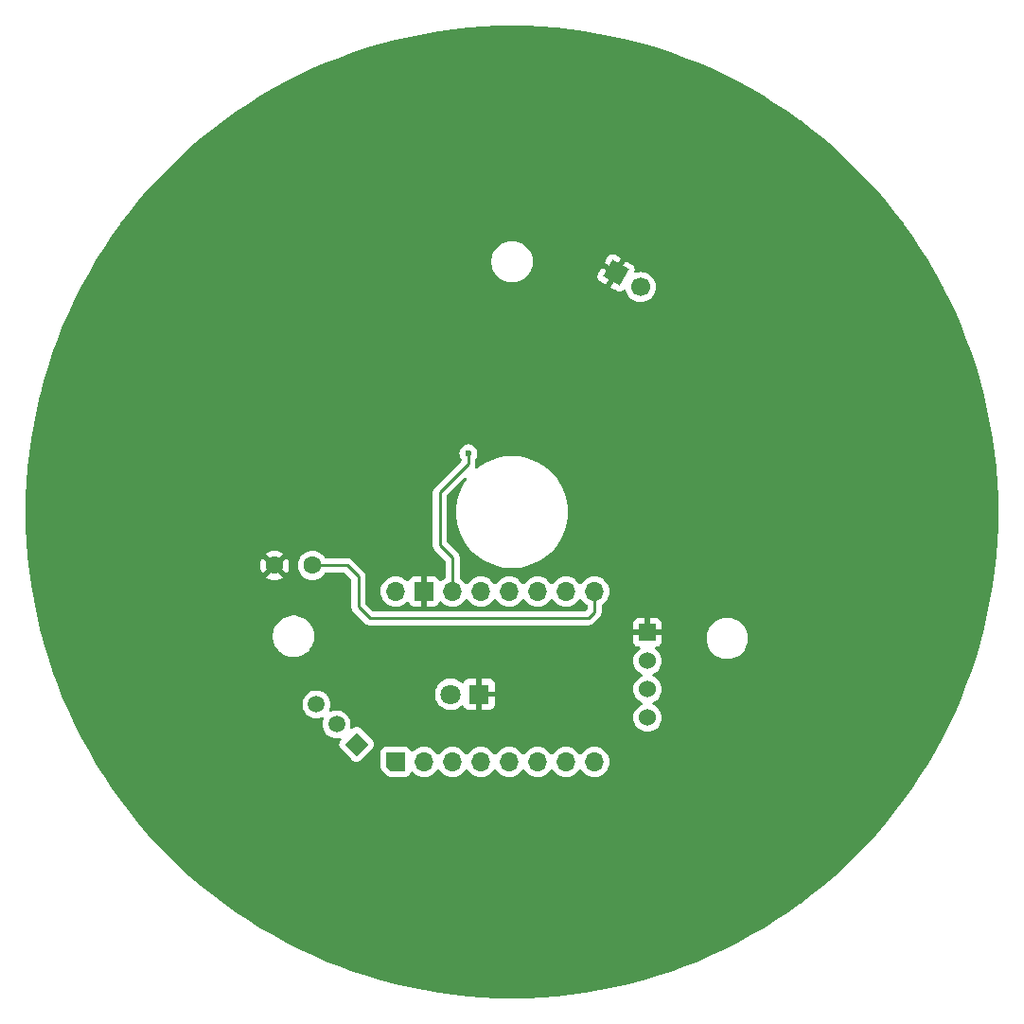
<source format=gbr>
%TF.GenerationSoftware,KiCad,Pcbnew,8.0.4*%
%TF.CreationDate,2024-07-24T16:54:55-04:00*%
%TF.ProjectId,esp32-wroom-table-lights,65737033-322d-4777-926f-6f6d2d746162,rev?*%
%TF.SameCoordinates,Original*%
%TF.FileFunction,Copper,L2,Bot*%
%TF.FilePolarity,Positive*%
%FSLAX46Y46*%
G04 Gerber Fmt 4.6, Leading zero omitted, Abs format (unit mm)*
G04 Created by KiCad (PCBNEW 8.0.4) date 2024-07-24 16:54:55*
%MOMM*%
%LPD*%
G01*
G04 APERTURE LIST*
G04 Aperture macros list*
%AMHorizOval*
0 Thick line with rounded ends*
0 $1 width*
0 $2 $3 position (X,Y) of the first rounded end (center of the circle)*
0 $4 $5 position (X,Y) of the second rounded end (center of the circle)*
0 Add line between two ends*
20,1,$1,$2,$3,$4,$5,0*
0 Add two circle primitives to create the rounded ends*
1,1,$1,$2,$3*
1,1,$1,$4,$5*%
%AMRotRect*
0 Rectangle, with rotation*
0 The origin of the aperture is its center*
0 $1 length*
0 $2 width*
0 $3 Rotation angle, in degrees counterclockwise*
0 Add horizontal line*
21,1,$1,$2,0,0,$3*%
%AMOutline5P*
0 Free polygon, 5 corners , with rotation*
0 The origin of the aperture is its center*
0 number of corners: always 5*
0 $1 to $10 corner X, Y*
0 $11 Rotation angle, in degrees counterclockwise*
0 create outline with 5 corners*
4,1,5,$1,$2,$3,$4,$5,$6,$7,$8,$9,$10,$1,$2,$11*%
%AMOutline6P*
0 Free polygon, 6 corners , with rotation*
0 The origin of the aperture is its center*
0 number of corners: always 6*
0 $1 to $12 corner X, Y*
0 $13 Rotation angle, in degrees counterclockwise*
0 create outline with 6 corners*
4,1,6,$1,$2,$3,$4,$5,$6,$7,$8,$9,$10,$11,$12,$1,$2,$13*%
%AMOutline7P*
0 Free polygon, 7 corners , with rotation*
0 The origin of the aperture is its center*
0 number of corners: always 7*
0 $1 to $14 corner X, Y*
0 $15 Rotation angle, in degrees counterclockwise*
0 create outline with 7 corners*
4,1,7,$1,$2,$3,$4,$5,$6,$7,$8,$9,$10,$11,$12,$13,$14,$1,$2,$15*%
%AMOutline8P*
0 Free polygon, 8 corners , with rotation*
0 The origin of the aperture is its center*
0 number of corners: always 8*
0 $1 to $16 corner X, Y*
0 $17 Rotation angle, in degrees counterclockwise*
0 create outline with 8 corners*
4,1,8,$1,$2,$3,$4,$5,$6,$7,$8,$9,$10,$11,$12,$13,$14,$15,$16,$1,$2,$17*%
G04 Aperture macros list end*
%TA.AperFunction,ComponentPad*%
%ADD10C,1.524000*%
%TD*%
%TA.AperFunction,ComponentPad*%
%ADD11R,1.524000X1.524000*%
%TD*%
%TA.AperFunction,ComponentPad*%
%ADD12O,1.700000X1.700000*%
%TD*%
%TA.AperFunction,ComponentPad*%
%ADD13R,1.700000X1.700000*%
%TD*%
%TA.AperFunction,ComponentPad*%
%ADD14Outline5P,-0.850000X0.425000X-0.425000X0.850000X0.850000X0.850000X0.850000X-0.850000X-0.850000X-0.850000X90.000000*%
%TD*%
%TA.AperFunction,ComponentPad*%
%ADD15HorizOval,1.700000X0.000000X0.000000X0.000000X0.000000X0*%
%TD*%
%TA.AperFunction,ComponentPad*%
%ADD16RotRect,1.700000X1.700000X60.000000*%
%TD*%
%TA.AperFunction,ComponentPad*%
%ADD17C,1.500000*%
%TD*%
%TA.AperFunction,ComponentPad*%
%ADD18RotRect,1.500000X1.500000X135.000000*%
%TD*%
%TA.AperFunction,ComponentPad*%
%ADD19C,1.600000*%
%TD*%
%TA.AperFunction,ComponentPad*%
%ADD20C,1.800000*%
%TD*%
%TA.AperFunction,ComponentPad*%
%ADD21R,1.800000X1.800000*%
%TD*%
%TA.AperFunction,ViaPad*%
%ADD22C,0.800000*%
%TD*%
%TA.AperFunction,ViaPad*%
%ADD23C,0.600000*%
%TD*%
%TA.AperFunction,Conductor*%
%ADD24C,0.250000*%
%TD*%
G04 APERTURE END LIST*
D10*
%TO.P,J1,Vcc,VCC*%
%TO.N,+3V3*%
X212225000Y-113020000D03*
%TO.P,J1,SDA,SDA*%
%TO.N,/SDA*%
X212225000Y-115560000D03*
%TO.P,J1,SCL,SCL*%
%TO.N,/SCK*%
X212225000Y-118100000D03*
D11*
%TO.P,J1,GND,GND*%
%TO.N,GND*%
X212225000Y-110480000D03*
%TD*%
D12*
%TO.P,U4,16,5V*%
%TO.N,+5V*%
X189700000Y-106800000D03*
D13*
%TO.P,U4,15,GND*%
%TO.N,GND*%
X192240000Y-106800000D03*
D12*
%TO.P,U4,14,3V3*%
%TO.N,Net-(D6-A)*%
X194780000Y-106800000D03*
%TO.P,U4,13,GPIO4_D2*%
%TO.N,unconnected-(U4-GPIO4_D2-Pad13)*%
X197320000Y-106800000D03*
%TO.P,U4,12,GPIO3_D1*%
%TO.N,GPIO3*%
X199860000Y-106800000D03*
%TO.P,U4,11,GPIO2_D0*%
%TO.N,GPIO2*%
X202400000Y-106800000D03*
%TO.P,U4,10,GPIO1_ADC1*%
%TO.N,unconnected-(U4-GPIO1_ADC1-Pad10)*%
X204940000Y-106800000D03*
%TO.P,U4,9,GPIO0_ADC0*%
%TO.N,ADC0*%
X207480000Y-106800000D03*
%TO.P,U4,8,GPIO21_Tx*%
%TO.N,unconnected-(U4-GPIO21_Tx-Pad8)*%
X207480000Y-122040000D03*
%TO.P,U4,7,GPIO20_Rx*%
%TO.N,unconnected-(U4-GPIO20_Rx-Pad7)*%
X204940001Y-122040000D03*
%TO.P,U4,6,GPIO_MOSI*%
%TO.N,unconnected-(U4-GPIO_MOSI-Pad6)*%
X202400000Y-122040000D03*
%TO.P,U4,5,GPIO9_MISO*%
%TO.N,GPIO9*%
X199860000Y-122040000D03*
%TO.P,U4,4,GPIO8_SCK*%
%TO.N,/SCK*%
X197320000Y-122040000D03*
%TO.P,U4,3,GPIO7_SCL*%
%TO.N,unconnected-(U4-GPIO7_SCL-Pad3)*%
X194780000Y-122040000D03*
%TO.P,U4,2,GPIO6_SDA*%
%TO.N,/SDA*%
X192239999Y-122040000D03*
D14*
%TO.P,U4,1,GPIO5*%
%TO.N,GPIO5*%
X189700000Y-122040000D03*
%TD*%
D15*
%TO.P,J3,2,Pin_2*%
%TO.N,/Power Supply/VDC*%
X211603654Y-79573948D03*
D16*
%TO.P,J3,1,Pin_1*%
%TO.N,GND*%
X209403949Y-78303948D03*
%TD*%
D17*
%TO.P,Q1,3,E*%
%TO.N,LED_RING*%
X182603949Y-116903949D03*
%TO.P,Q1,2,B*%
%TO.N,Net-(Q1-B)*%
X184400000Y-118700000D03*
D18*
%TO.P,Q1,1,C*%
%TO.N,+3V3*%
X186196051Y-120496051D03*
%TD*%
D19*
%TO.P,R7,2*%
%TO.N,GND*%
X178850000Y-104475000D03*
%TO.P,R7,1*%
%TO.N,ADC0*%
X182250000Y-104475000D03*
%TD*%
D20*
%TO.P,D8,2*%
%TO.N,GPIO5*%
X194610000Y-116000000D03*
D21*
%TO.P,D8,1*%
%TO.N,GND*%
X197150000Y-116000000D03*
%TD*%
D22*
%TO.N,GND*%
X199800000Y-141600000D03*
X172422711Y-85597053D03*
X158100000Y-99500000D03*
X204890849Y-69114389D03*
X230600000Y-94900000D03*
X231968705Y-126786010D03*
X173372501Y-73061188D03*
X178876795Y-135886464D03*
X182474425Y-83144813D03*
X173220408Y-67474180D03*
X230585611Y-104590849D03*
X241228715Y-107172820D03*
X178130490Y-77765449D03*
X192527180Y-140928715D03*
X166436635Y-116792411D03*
X221869510Y-121634551D03*
X194100000Y-136900000D03*
X207472820Y-58471285D03*
X163813536Y-78576795D03*
X178065449Y-121569510D03*
X182907589Y-66136635D03*
X166443898Y-82593334D03*
X204800000Y-130300000D03*
X221123205Y-63513536D03*
X237200000Y-105600000D03*
X227086010Y-67731295D03*
X163613536Y-120476795D03*
X214142705Y-139141525D03*
X217092411Y-133263365D03*
X226779592Y-131925820D03*
X162800000Y-93800000D03*
X239304717Y-114218583D03*
X168031295Y-72613990D03*
X172913990Y-131668705D03*
X214518583Y-60395283D03*
X220776795Y-136086464D03*
X185857295Y-60258475D03*
X200200000Y-57800000D03*
X226627499Y-126338812D03*
X237202503Y-93815801D03*
X236186464Y-120823205D03*
X205884199Y-136902503D03*
X185979009Y-72080952D03*
X158771285Y-92227180D03*
X207078897Y-140998174D03*
X232225820Y-72920408D03*
X195200000Y-69100000D03*
X214102947Y-72122711D03*
X160558475Y-113842705D03*
X169400000Y-104500000D03*
X227577289Y-113802947D03*
X185897053Y-127277289D03*
X192921103Y-58401826D03*
X160695283Y-85181417D03*
X169414389Y-94809151D03*
X233563365Y-82607589D03*
X182893334Y-133256102D03*
X195109151Y-130285611D03*
X172380952Y-113720991D03*
X193100000Y-76600000D03*
X185481417Y-139004717D03*
X179223205Y-63313536D03*
X167774180Y-126479592D03*
X217106666Y-66143898D03*
X162797497Y-105584199D03*
X194115801Y-62497497D03*
X185615456Y-80353039D03*
X214020991Y-127319048D03*
X241900000Y-99900000D03*
X205900000Y-62500000D03*
X239441525Y-85557295D03*
X173361188Y-126327499D03*
X233556102Y-116806666D03*
X189193554Y-78149113D03*
X158701826Y-106778897D03*
X226638812Y-73072501D03*
X227619048Y-85679009D03*
X241298174Y-92621103D03*
X236386464Y-78923205D03*
X221934551Y-77830490D03*
D23*
%TO.N,Net-(D6-A)*%
X196200000Y-94450000D03*
%TD*%
D24*
%TO.N,ADC0*%
X207480000Y-108645000D02*
X207480000Y-106800000D01*
X206925000Y-109200000D02*
X207480000Y-108645000D01*
X185375000Y-104475000D02*
X186350000Y-105450000D01*
X186350000Y-108175000D02*
X187375000Y-109200000D01*
X187375000Y-109200000D02*
X206925000Y-109200000D01*
X182250000Y-104475000D02*
X185375000Y-104475000D01*
X186350000Y-105450000D02*
X186350000Y-108175000D01*
%TO.N,Net-(D6-A)*%
X193650000Y-102650000D02*
X194780000Y-103780000D01*
X196200000Y-94450000D02*
X196200000Y-95400000D01*
X193650000Y-97950000D02*
X193650000Y-102650000D01*
X194780000Y-103780000D02*
X194780000Y-106800000D01*
X196200000Y-95400000D02*
X193650000Y-97950000D01*
%TD*%
%TA.AperFunction,Conductor*%
%TO.N,GND*%
G36*
X201411980Y-56220317D02*
G01*
X201415642Y-56220427D01*
X202724616Y-56279779D01*
X202728237Y-56279998D01*
X204034843Y-56378860D01*
X204038466Y-56379190D01*
X205341453Y-56517465D01*
X205345145Y-56517914D01*
X206643291Y-56695472D01*
X206646924Y-56696024D01*
X207883570Y-56903395D01*
X207939185Y-56912721D01*
X207942869Y-56913397D01*
X209227883Y-57169002D01*
X209231545Y-57169788D01*
X210508272Y-57464092D01*
X210511909Y-57464988D01*
X210739164Y-57524656D01*
X211779246Y-57797740D01*
X211782754Y-57798719D01*
X213039470Y-58169599D01*
X213042961Y-58170687D01*
X214287900Y-58579354D01*
X214291401Y-58580562D01*
X215523425Y-59026641D01*
X215526817Y-59027928D01*
X216744855Y-59511034D01*
X216748222Y-59512429D01*
X217951052Y-60032078D01*
X217954430Y-60033598D01*
X219141014Y-60589339D01*
X219144318Y-60590947D01*
X220313591Y-61182279D01*
X220316816Y-61183971D01*
X221467716Y-61810360D01*
X221470899Y-61812155D01*
X222602357Y-62473021D01*
X222605509Y-62474927D01*
X223332183Y-62929342D01*
X223716419Y-63169619D01*
X223719565Y-63171653D01*
X224808967Y-63899567D01*
X224812049Y-63901695D01*
X225878984Y-64662192D01*
X225882001Y-64664411D01*
X226925462Y-65456772D01*
X226928404Y-65459077D01*
X227947503Y-66282629D01*
X227950364Y-66285014D01*
X228944080Y-67138934D01*
X228946884Y-67141418D01*
X229374205Y-67531668D01*
X229914401Y-68025001D01*
X229917059Y-68027503D01*
X230857514Y-68939970D01*
X230860029Y-68942485D01*
X231772494Y-69882938D01*
X231775014Y-69885615D01*
X232658581Y-70853115D01*
X232661065Y-70855919D01*
X233514985Y-71849635D01*
X233517383Y-71852512D01*
X234340917Y-72871588D01*
X234343227Y-72874537D01*
X235135588Y-73917998D01*
X235137807Y-73921015D01*
X235898304Y-74987950D01*
X235900432Y-74991032D01*
X236628346Y-76080434D01*
X236630380Y-76083580D01*
X237325056Y-77194463D01*
X237326990Y-77197661D01*
X237970873Y-78300045D01*
X237987821Y-78329060D01*
X237989651Y-78332305D01*
X238542497Y-79348081D01*
X238616004Y-79483138D01*
X238617733Y-79486433D01*
X238896474Y-80037603D01*
X239209036Y-80655649D01*
X239210676Y-80659017D01*
X239766392Y-81845551D01*
X239767929Y-81848966D01*
X240188469Y-82822389D01*
X240287550Y-83051730D01*
X240288978Y-83055177D01*
X240688269Y-84061895D01*
X240772050Y-84273127D01*
X240773378Y-84276629D01*
X241219430Y-85508578D01*
X241220652Y-85512119D01*
X241629299Y-86756996D01*
X241630413Y-86760572D01*
X242001266Y-88017195D01*
X242002272Y-88020803D01*
X242335011Y-89288090D01*
X242335907Y-89291727D01*
X242630211Y-90568454D01*
X242630997Y-90572116D01*
X242886602Y-91857130D01*
X242887278Y-91860814D01*
X243103969Y-93153040D01*
X243104532Y-93156743D01*
X243282083Y-94454841D01*
X243282535Y-94458559D01*
X243420804Y-95761479D01*
X243421143Y-95765209D01*
X243519997Y-97071703D01*
X243520223Y-97075442D01*
X243579570Y-98384316D01*
X243579683Y-98388060D01*
X243599471Y-99698127D01*
X243599471Y-99701873D01*
X243579683Y-101011939D01*
X243579570Y-101015683D01*
X243520223Y-102324557D01*
X243519997Y-102328296D01*
X243421143Y-103634790D01*
X243420804Y-103638520D01*
X243282535Y-104941440D01*
X243282083Y-104945158D01*
X243104532Y-106243256D01*
X243103969Y-106246959D01*
X242887278Y-107539185D01*
X242886602Y-107542869D01*
X242630997Y-108827883D01*
X242630211Y-108831545D01*
X242335907Y-110108272D01*
X242335011Y-110111909D01*
X242002272Y-111379196D01*
X242001266Y-111382804D01*
X241630413Y-112639427D01*
X241629299Y-112643003D01*
X241220652Y-113887880D01*
X241219430Y-113891421D01*
X240773378Y-115123370D01*
X240772050Y-115126872D01*
X240288984Y-116344808D01*
X240287550Y-116348269D01*
X239767929Y-117551033D01*
X239766392Y-117554448D01*
X239210676Y-118740982D01*
X239209036Y-118744350D01*
X238617744Y-119913545D01*
X238616004Y-119916861D01*
X237989661Y-121067676D01*
X237987821Y-121070939D01*
X237326994Y-122202331D01*
X237325056Y-122205536D01*
X236630380Y-123316419D01*
X236628346Y-123319565D01*
X235900432Y-124408967D01*
X235898304Y-124412049D01*
X235137807Y-125478984D01*
X235135588Y-125482001D01*
X234343227Y-126525462D01*
X234340917Y-126528411D01*
X233517383Y-127547487D01*
X233514985Y-127550364D01*
X232661065Y-128544080D01*
X232658581Y-128546884D01*
X231775014Y-129514384D01*
X231772463Y-129517093D01*
X230860062Y-130457480D01*
X230857480Y-130460062D01*
X229917093Y-131372463D01*
X229914384Y-131375014D01*
X228946884Y-132258581D01*
X228944080Y-132261065D01*
X227950364Y-133114985D01*
X227947487Y-133117383D01*
X226928411Y-133940917D01*
X226925462Y-133943227D01*
X225882001Y-134735588D01*
X225878984Y-134737807D01*
X224812049Y-135498304D01*
X224808967Y-135500432D01*
X223719565Y-136228346D01*
X223716419Y-136230380D01*
X222605536Y-136925056D01*
X222602331Y-136926994D01*
X221470939Y-137587821D01*
X221467676Y-137589661D01*
X220316861Y-138216004D01*
X220313545Y-138217744D01*
X219144350Y-138809036D01*
X219140982Y-138810676D01*
X217954448Y-139366392D01*
X217951033Y-139367929D01*
X216748269Y-139887550D01*
X216744808Y-139888984D01*
X215526872Y-140372050D01*
X215523370Y-140373378D01*
X214291421Y-140819430D01*
X214287880Y-140820652D01*
X213043003Y-141229299D01*
X213039427Y-141230413D01*
X211782804Y-141601266D01*
X211779196Y-141602272D01*
X210511909Y-141935011D01*
X210508272Y-141935907D01*
X209231545Y-142230211D01*
X209227883Y-142230997D01*
X207942869Y-142486602D01*
X207939185Y-142487278D01*
X206646959Y-142703969D01*
X206643256Y-142704532D01*
X205345158Y-142882083D01*
X205341440Y-142882535D01*
X204038520Y-143020804D01*
X204034790Y-143021143D01*
X202728296Y-143119997D01*
X202724557Y-143120223D01*
X201415683Y-143179570D01*
X201411939Y-143179683D01*
X200101873Y-143199471D01*
X200098127Y-143199471D01*
X198788060Y-143179683D01*
X198784316Y-143179570D01*
X197475442Y-143120223D01*
X197471703Y-143119997D01*
X196165209Y-143021143D01*
X196161479Y-143020804D01*
X194858559Y-142882535D01*
X194854841Y-142882083D01*
X193556743Y-142704532D01*
X193553040Y-142703969D01*
X192260814Y-142487278D01*
X192257130Y-142486602D01*
X190972116Y-142230997D01*
X190968454Y-142230211D01*
X189691727Y-141935907D01*
X189688090Y-141935011D01*
X188420803Y-141602272D01*
X188417195Y-141601266D01*
X188402255Y-141596857D01*
X187160571Y-141230412D01*
X187156996Y-141229299D01*
X185912119Y-140820652D01*
X185908578Y-140819430D01*
X185292603Y-140596404D01*
X184676611Y-140373371D01*
X184673146Y-140372057D01*
X183455177Y-139888978D01*
X183451744Y-139887556D01*
X182248966Y-139367929D01*
X182245551Y-139366392D01*
X181059017Y-138810676D01*
X181055649Y-138809036D01*
X179886433Y-138217733D01*
X179883158Y-138216015D01*
X178732305Y-137589651D01*
X178729078Y-137587831D01*
X177597661Y-136926990D01*
X177594463Y-136925056D01*
X176483580Y-136230380D01*
X176480434Y-136228346D01*
X175391032Y-135500432D01*
X175387950Y-135498304D01*
X174321015Y-134737807D01*
X174317998Y-134735588D01*
X173274537Y-133943227D01*
X173271588Y-133940917D01*
X172252512Y-133117383D01*
X172249635Y-133114985D01*
X171255919Y-132261065D01*
X171253115Y-132258581D01*
X170285615Y-131375014D01*
X170282938Y-131372494D01*
X169342485Y-130460029D01*
X169339970Y-130457514D01*
X168427503Y-129517059D01*
X168425001Y-129514401D01*
X167938676Y-128981879D01*
X167541418Y-128546884D01*
X167538934Y-128544080D01*
X166685014Y-127550364D01*
X166682616Y-127547487D01*
X165859082Y-126528411D01*
X165856772Y-126525462D01*
X165064411Y-125482001D01*
X165062192Y-125478984D01*
X164301695Y-124412049D01*
X164299567Y-124408967D01*
X163571653Y-123319565D01*
X163569619Y-123316419D01*
X163200310Y-122725843D01*
X162874927Y-122205509D01*
X162873021Y-122202357D01*
X162212155Y-121070899D01*
X162210360Y-121067716D01*
X161583971Y-119916816D01*
X161582279Y-119913591D01*
X160990947Y-118744318D01*
X160989339Y-118741014D01*
X160433598Y-117554430D01*
X160432070Y-117551033D01*
X160152514Y-116903946D01*
X181348672Y-116903946D01*
X181348672Y-116903951D01*
X181367742Y-117121924D01*
X181367742Y-117121928D01*
X181424371Y-117333271D01*
X181424373Y-117333275D01*
X181424374Y-117333279D01*
X181452497Y-117393588D01*
X181516846Y-117531587D01*
X181531666Y-117552752D01*
X181642351Y-117710826D01*
X181797072Y-117865547D01*
X181976310Y-117991051D01*
X182174619Y-118083524D01*
X182385972Y-118140156D01*
X182568875Y-118156157D01*
X182603947Y-118159226D01*
X182603949Y-118159226D01*
X182603951Y-118159226D01*
X182632203Y-118156754D01*
X182821926Y-118140156D01*
X183033279Y-118083524D01*
X183075174Y-118063987D01*
X183144250Y-118053495D01*
X183208034Y-118082014D01*
X183246275Y-118140490D01*
X183246830Y-118210357D01*
X183239962Y-118228772D01*
X183220426Y-118270668D01*
X183220422Y-118270677D01*
X183163793Y-118482020D01*
X183163793Y-118482024D01*
X183144723Y-118699997D01*
X183144723Y-118700002D01*
X183148603Y-118744350D01*
X183163499Y-118914621D01*
X183163793Y-118917975D01*
X183163793Y-118917979D01*
X183220422Y-119129322D01*
X183220424Y-119129326D01*
X183220425Y-119129330D01*
X183252228Y-119197531D01*
X183312897Y-119327638D01*
X183312898Y-119327639D01*
X183438402Y-119506877D01*
X183593123Y-119661598D01*
X183772361Y-119787102D01*
X183970670Y-119879575D01*
X184182023Y-119936207D01*
X184364926Y-119952208D01*
X184399998Y-119955277D01*
X184400000Y-119955277D01*
X184400002Y-119955277D01*
X184428254Y-119952805D01*
X184617977Y-119936207D01*
X184675644Y-119920755D01*
X184745492Y-119922418D01*
X184803354Y-119961580D01*
X184830859Y-120025808D01*
X184819273Y-120094711D01*
X184795418Y-120128210D01*
X184747641Y-120175987D01*
X184747635Y-120175994D01*
X184710013Y-120222679D01*
X184710012Y-120222681D01*
X184650225Y-120353594D01*
X184629744Y-120496051D01*
X184650225Y-120638507D01*
X184710012Y-120769421D01*
X184710013Y-120769422D01*
X184710014Y-120769424D01*
X184747633Y-120816107D01*
X184747636Y-120816110D01*
X184747641Y-120816116D01*
X185736113Y-121804586D01*
X185875995Y-121944468D01*
X185922678Y-121982088D01*
X186053594Y-122041876D01*
X186053593Y-122041876D01*
X186071500Y-122044450D01*
X186196051Y-122062358D01*
X186338508Y-122041876D01*
X186469424Y-121982088D01*
X186516107Y-121944469D01*
X187318440Y-121142135D01*
X188349500Y-121142135D01*
X188349500Y-122505970D01*
X188360060Y-122590049D01*
X188415136Y-122723015D01*
X188417332Y-122725842D01*
X188467121Y-122789935D01*
X188467127Y-122789941D01*
X188950067Y-123272882D01*
X188950077Y-123272891D01*
X189008159Y-123318009D01*
X189016984Y-123324864D01*
X189149951Y-123379940D01*
X189234023Y-123390500D01*
X190597872Y-123390499D01*
X190657483Y-123384091D01*
X190792331Y-123333796D01*
X190907546Y-123247546D01*
X190993796Y-123132331D01*
X191042810Y-123000918D01*
X191084681Y-122944984D01*
X191150145Y-122920567D01*
X191218418Y-122935418D01*
X191246673Y-122956570D01*
X191368598Y-123078495D01*
X191465383Y-123146265D01*
X191562164Y-123214032D01*
X191562166Y-123214033D01*
X191562169Y-123214035D01*
X191776336Y-123313903D01*
X191776342Y-123313904D01*
X191776343Y-123313905D01*
X191831284Y-123328626D01*
X192004591Y-123375063D01*
X192181033Y-123390500D01*
X192239998Y-123395659D01*
X192239999Y-123395659D01*
X192240000Y-123395659D01*
X192298965Y-123390500D01*
X192475407Y-123375063D01*
X192703662Y-123313903D01*
X192917829Y-123214035D01*
X193111400Y-123078495D01*
X193278494Y-122911401D01*
X193408425Y-122725839D01*
X193463001Y-122682216D01*
X193532499Y-122675022D01*
X193594854Y-122706545D01*
X193611572Y-122725838D01*
X193741505Y-122911401D01*
X193908599Y-123078495D01*
X194005384Y-123146265D01*
X194102165Y-123214032D01*
X194102167Y-123214033D01*
X194102170Y-123214035D01*
X194316337Y-123313903D01*
X194316343Y-123313904D01*
X194316344Y-123313905D01*
X194371285Y-123328626D01*
X194544592Y-123375063D01*
X194721034Y-123390500D01*
X194779999Y-123395659D01*
X194780000Y-123395659D01*
X194780001Y-123395659D01*
X194838966Y-123390500D01*
X195015408Y-123375063D01*
X195243663Y-123313903D01*
X195457830Y-123214035D01*
X195651401Y-123078495D01*
X195818495Y-122911401D01*
X195948426Y-122725841D01*
X196003002Y-122682217D01*
X196072500Y-122675023D01*
X196134855Y-122706546D01*
X196151575Y-122725842D01*
X196281500Y-122911395D01*
X196281505Y-122911401D01*
X196448599Y-123078495D01*
X196545384Y-123146265D01*
X196642165Y-123214032D01*
X196642167Y-123214033D01*
X196642170Y-123214035D01*
X196856337Y-123313903D01*
X196856343Y-123313904D01*
X196856344Y-123313905D01*
X196911285Y-123328626D01*
X197084592Y-123375063D01*
X197261034Y-123390500D01*
X197319999Y-123395659D01*
X197320000Y-123395659D01*
X197320001Y-123395659D01*
X197378966Y-123390500D01*
X197555408Y-123375063D01*
X197783663Y-123313903D01*
X197997830Y-123214035D01*
X198191401Y-123078495D01*
X198358495Y-122911401D01*
X198488426Y-122725841D01*
X198543002Y-122682217D01*
X198612500Y-122675023D01*
X198674855Y-122706546D01*
X198691575Y-122725842D01*
X198821500Y-122911395D01*
X198821505Y-122911401D01*
X198988599Y-123078495D01*
X199085384Y-123146265D01*
X199182165Y-123214032D01*
X199182167Y-123214033D01*
X199182170Y-123214035D01*
X199396337Y-123313903D01*
X199396343Y-123313904D01*
X199396344Y-123313905D01*
X199451285Y-123328626D01*
X199624592Y-123375063D01*
X199801034Y-123390500D01*
X199859999Y-123395659D01*
X199860000Y-123395659D01*
X199860001Y-123395659D01*
X199918966Y-123390500D01*
X200095408Y-123375063D01*
X200323663Y-123313903D01*
X200537830Y-123214035D01*
X200731401Y-123078495D01*
X200898495Y-122911401D01*
X201028426Y-122725841D01*
X201083002Y-122682217D01*
X201152500Y-122675023D01*
X201214855Y-122706546D01*
X201231575Y-122725842D01*
X201361500Y-122911395D01*
X201361505Y-122911401D01*
X201528599Y-123078495D01*
X201625384Y-123146265D01*
X201722165Y-123214032D01*
X201722167Y-123214033D01*
X201722170Y-123214035D01*
X201936337Y-123313903D01*
X201936343Y-123313904D01*
X201936344Y-123313905D01*
X201991285Y-123328626D01*
X202164592Y-123375063D01*
X202341034Y-123390500D01*
X202399999Y-123395659D01*
X202400000Y-123395659D01*
X202400001Y-123395659D01*
X202458966Y-123390500D01*
X202635408Y-123375063D01*
X202863663Y-123313903D01*
X203077830Y-123214035D01*
X203271401Y-123078495D01*
X203438495Y-122911401D01*
X203568426Y-122725839D01*
X203623002Y-122682216D01*
X203692500Y-122675022D01*
X203754855Y-122706545D01*
X203771573Y-122725838D01*
X203901506Y-122911401D01*
X204068600Y-123078495D01*
X204165385Y-123146265D01*
X204262166Y-123214032D01*
X204262168Y-123214033D01*
X204262171Y-123214035D01*
X204476338Y-123313903D01*
X204476344Y-123313904D01*
X204476345Y-123313905D01*
X204531286Y-123328626D01*
X204704593Y-123375063D01*
X204881035Y-123390500D01*
X204940000Y-123395659D01*
X204940001Y-123395659D01*
X204940002Y-123395659D01*
X204998967Y-123390500D01*
X205175409Y-123375063D01*
X205403664Y-123313903D01*
X205617831Y-123214035D01*
X205811402Y-123078495D01*
X205978496Y-122911401D01*
X206108425Y-122725842D01*
X206163002Y-122682218D01*
X206232500Y-122675024D01*
X206294855Y-122706547D01*
X206311574Y-122725841D01*
X206441505Y-122911401D01*
X206608599Y-123078495D01*
X206705384Y-123146265D01*
X206802165Y-123214032D01*
X206802167Y-123214033D01*
X206802170Y-123214035D01*
X207016337Y-123313903D01*
X207016343Y-123313904D01*
X207016344Y-123313905D01*
X207071285Y-123328626D01*
X207244592Y-123375063D01*
X207421034Y-123390500D01*
X207479999Y-123395659D01*
X207480000Y-123395659D01*
X207480001Y-123395659D01*
X207538966Y-123390500D01*
X207715408Y-123375063D01*
X207943663Y-123313903D01*
X208157830Y-123214035D01*
X208351401Y-123078495D01*
X208518495Y-122911401D01*
X208654035Y-122717830D01*
X208753903Y-122503663D01*
X208815063Y-122275408D01*
X208835659Y-122040000D01*
X208815063Y-121804592D01*
X208753903Y-121576337D01*
X208654035Y-121362171D01*
X208648425Y-121354158D01*
X208518494Y-121168597D01*
X208351402Y-121001506D01*
X208351395Y-121001501D01*
X208157834Y-120865967D01*
X208157830Y-120865965D01*
X208157828Y-120865964D01*
X207943663Y-120766097D01*
X207943659Y-120766096D01*
X207943655Y-120766094D01*
X207715413Y-120704938D01*
X207715403Y-120704936D01*
X207480001Y-120684341D01*
X207479999Y-120684341D01*
X207244596Y-120704936D01*
X207244586Y-120704938D01*
X207016344Y-120766094D01*
X207016335Y-120766098D01*
X206802171Y-120865964D01*
X206802169Y-120865965D01*
X206608597Y-121001505D01*
X206441508Y-121168594D01*
X206311575Y-121354158D01*
X206256998Y-121397782D01*
X206187499Y-121404975D01*
X206125145Y-121373453D01*
X206108425Y-121354157D01*
X205978495Y-121168597D01*
X205811403Y-121001506D01*
X205811396Y-121001501D01*
X205617835Y-120865967D01*
X205617831Y-120865965D01*
X205617829Y-120865964D01*
X205403664Y-120766097D01*
X205403660Y-120766096D01*
X205403656Y-120766094D01*
X205175414Y-120704938D01*
X205175404Y-120704936D01*
X204940002Y-120684341D01*
X204940000Y-120684341D01*
X204704597Y-120704936D01*
X204704587Y-120704938D01*
X204476345Y-120766094D01*
X204476336Y-120766098D01*
X204262172Y-120865964D01*
X204262170Y-120865965D01*
X204068598Y-121001505D01*
X203901509Y-121168594D01*
X203771575Y-121354160D01*
X203716998Y-121397784D01*
X203647499Y-121404977D01*
X203585145Y-121373455D01*
X203568425Y-121354159D01*
X203438494Y-121168597D01*
X203271402Y-121001506D01*
X203271395Y-121001501D01*
X203077834Y-120865967D01*
X203077830Y-120865965D01*
X203077828Y-120865964D01*
X202863663Y-120766097D01*
X202863659Y-120766096D01*
X202863655Y-120766094D01*
X202635413Y-120704938D01*
X202635403Y-120704936D01*
X202400001Y-120684341D01*
X202399999Y-120684341D01*
X202164596Y-120704936D01*
X202164586Y-120704938D01*
X201936344Y-120766094D01*
X201936335Y-120766098D01*
X201722171Y-120865964D01*
X201722169Y-120865965D01*
X201528597Y-121001505D01*
X201361505Y-121168597D01*
X201231575Y-121354158D01*
X201176998Y-121397783D01*
X201107500Y-121404977D01*
X201045145Y-121373454D01*
X201028425Y-121354158D01*
X200898494Y-121168597D01*
X200731402Y-121001506D01*
X200731395Y-121001501D01*
X200537834Y-120865967D01*
X200537830Y-120865965D01*
X200537828Y-120865964D01*
X200323663Y-120766097D01*
X200323659Y-120766096D01*
X200323655Y-120766094D01*
X200095413Y-120704938D01*
X200095403Y-120704936D01*
X199860001Y-120684341D01*
X199859999Y-120684341D01*
X199624596Y-120704936D01*
X199624586Y-120704938D01*
X199396344Y-120766094D01*
X199396335Y-120766098D01*
X199182171Y-120865964D01*
X199182169Y-120865965D01*
X198988597Y-121001505D01*
X198821505Y-121168597D01*
X198691575Y-121354158D01*
X198636998Y-121397783D01*
X198567500Y-121404977D01*
X198505145Y-121373454D01*
X198488425Y-121354158D01*
X198358494Y-121168597D01*
X198191402Y-121001506D01*
X198191395Y-121001501D01*
X197997834Y-120865967D01*
X197997830Y-120865965D01*
X197997828Y-120865964D01*
X197783663Y-120766097D01*
X197783659Y-120766096D01*
X197783655Y-120766094D01*
X197555413Y-120704938D01*
X197555403Y-120704936D01*
X197320001Y-120684341D01*
X197319999Y-120684341D01*
X197084596Y-120704936D01*
X197084586Y-120704938D01*
X196856344Y-120766094D01*
X196856335Y-120766098D01*
X196642171Y-120865964D01*
X196642169Y-120865965D01*
X196448597Y-121001505D01*
X196281505Y-121168597D01*
X196151575Y-121354158D01*
X196096998Y-121397783D01*
X196027500Y-121404977D01*
X195965145Y-121373454D01*
X195948425Y-121354158D01*
X195818494Y-121168597D01*
X195651402Y-121001506D01*
X195651395Y-121001501D01*
X195457834Y-120865967D01*
X195457830Y-120865965D01*
X195457828Y-120865964D01*
X195243663Y-120766097D01*
X195243659Y-120766096D01*
X195243655Y-120766094D01*
X195015413Y-120704938D01*
X195015403Y-120704936D01*
X194780001Y-120684341D01*
X194779999Y-120684341D01*
X194544596Y-120704936D01*
X194544586Y-120704938D01*
X194316344Y-120766094D01*
X194316335Y-120766098D01*
X194102171Y-120865964D01*
X194102169Y-120865965D01*
X193908597Y-121001505D01*
X193741508Y-121168594D01*
X193611574Y-121354160D01*
X193556997Y-121397784D01*
X193487498Y-121404977D01*
X193425144Y-121373455D01*
X193408424Y-121354159D01*
X193278493Y-121168597D01*
X193111401Y-121001506D01*
X193111394Y-121001501D01*
X192917833Y-120865967D01*
X192917829Y-120865965D01*
X192917827Y-120865964D01*
X192703662Y-120766097D01*
X192703658Y-120766096D01*
X192703654Y-120766094D01*
X192475412Y-120704938D01*
X192475402Y-120704936D01*
X192240000Y-120684341D01*
X192239998Y-120684341D01*
X192004595Y-120704936D01*
X192004585Y-120704938D01*
X191776343Y-120766094D01*
X191776334Y-120766098D01*
X191562170Y-120865964D01*
X191562168Y-120865965D01*
X191368599Y-121001503D01*
X191246672Y-121123430D01*
X191185349Y-121156914D01*
X191115657Y-121151930D01*
X191059724Y-121110058D01*
X191042809Y-121079080D01*
X190993798Y-120947673D01*
X190993793Y-120947664D01*
X190907547Y-120832455D01*
X190907544Y-120832452D01*
X190792335Y-120746206D01*
X190792328Y-120746202D01*
X190657482Y-120695908D01*
X190657483Y-120695908D01*
X190597883Y-120689501D01*
X190597881Y-120689500D01*
X190597873Y-120689500D01*
X190597864Y-120689500D01*
X188802129Y-120689500D01*
X188802123Y-120689501D01*
X188742516Y-120695908D01*
X188607671Y-120746202D01*
X188607664Y-120746206D01*
X188492455Y-120832452D01*
X188492452Y-120832455D01*
X188406206Y-120947664D01*
X188406202Y-120947671D01*
X188355908Y-121082517D01*
X188349501Y-121142116D01*
X188349500Y-121142135D01*
X187318440Y-121142135D01*
X187644468Y-120816107D01*
X187682088Y-120769424D01*
X187741876Y-120638508D01*
X187762358Y-120496051D01*
X187741876Y-120353594D01*
X187682088Y-120222678D01*
X187644469Y-120175995D01*
X187644464Y-120175990D01*
X187644460Y-120175985D01*
X186516114Y-119047641D01*
X186516107Y-119047634D01*
X186469424Y-119010014D01*
X186338508Y-118950226D01*
X186338506Y-118950225D01*
X186338508Y-118950225D01*
X186196051Y-118929744D01*
X186053594Y-118950225D01*
X185922680Y-119010012D01*
X185875985Y-119047641D01*
X185828210Y-119095416D01*
X185766887Y-119128900D01*
X185697195Y-119123915D01*
X185641262Y-119082043D01*
X185616846Y-119016579D01*
X185620756Y-118975639D01*
X185627566Y-118950226D01*
X185636207Y-118917977D01*
X185655277Y-118700000D01*
X185636207Y-118482023D01*
X185579575Y-118270670D01*
X185487102Y-118072362D01*
X185487100Y-118072359D01*
X185487099Y-118072357D01*
X185361599Y-117893124D01*
X185334017Y-117865542D01*
X185206877Y-117738402D01*
X185027639Y-117612898D01*
X185027640Y-117612898D01*
X185027638Y-117612897D01*
X184928484Y-117566661D01*
X184829330Y-117520425D01*
X184829326Y-117520424D01*
X184829322Y-117520422D01*
X184617977Y-117463793D01*
X184400002Y-117444723D01*
X184399998Y-117444723D01*
X184254682Y-117457436D01*
X184182023Y-117463793D01*
X184182020Y-117463793D01*
X183970677Y-117520422D01*
X183970668Y-117520426D01*
X183928772Y-117539962D01*
X183859695Y-117550453D01*
X183795911Y-117521932D01*
X183757672Y-117463455D01*
X183757119Y-117393588D01*
X183763985Y-117375178D01*
X183783524Y-117333279D01*
X183840156Y-117121926D01*
X183859226Y-116903949D01*
X183840156Y-116685972D01*
X183783524Y-116474619D01*
X183691051Y-116276311D01*
X183691049Y-116276308D01*
X183691048Y-116276306D01*
X183565548Y-116097073D01*
X183527719Y-116059244D01*
X183468468Y-115999993D01*
X193204700Y-115999993D01*
X193204700Y-116000006D01*
X193223864Y-116231297D01*
X193223866Y-116231308D01*
X193280842Y-116456300D01*
X193374075Y-116668848D01*
X193501016Y-116863147D01*
X193501019Y-116863151D01*
X193501021Y-116863153D01*
X193658216Y-117033913D01*
X193658219Y-117033915D01*
X193658222Y-117033918D01*
X193841365Y-117176464D01*
X193841371Y-117176468D01*
X193841374Y-117176470D01*
X193990526Y-117257187D01*
X194042623Y-117285381D01*
X194045497Y-117286936D01*
X194159487Y-117326068D01*
X194265015Y-117362297D01*
X194265017Y-117362297D01*
X194265019Y-117362298D01*
X194493951Y-117400500D01*
X194493952Y-117400500D01*
X194726048Y-117400500D01*
X194726049Y-117400500D01*
X194954981Y-117362298D01*
X195174503Y-117286936D01*
X195378626Y-117176470D01*
X195561784Y-117033913D01*
X195570511Y-117024432D01*
X195630394Y-116988441D01*
X195700232Y-116990538D01*
X195757850Y-117030060D01*
X195777924Y-117065080D01*
X195806645Y-117142086D01*
X195806649Y-117142093D01*
X195892809Y-117257187D01*
X195892812Y-117257190D01*
X196007906Y-117343350D01*
X196007913Y-117343354D01*
X196142620Y-117393596D01*
X196142627Y-117393598D01*
X196202155Y-117399999D01*
X196202172Y-117400000D01*
X196900000Y-117400000D01*
X196900000Y-116375277D01*
X196976306Y-116419333D01*
X197090756Y-116450000D01*
X197209244Y-116450000D01*
X197323694Y-116419333D01*
X197400000Y-116375277D01*
X197400000Y-117400000D01*
X198097828Y-117400000D01*
X198097844Y-117399999D01*
X198157372Y-117393598D01*
X198157379Y-117393596D01*
X198292086Y-117343354D01*
X198292093Y-117343350D01*
X198407187Y-117257190D01*
X198407190Y-117257187D01*
X198493350Y-117142093D01*
X198493354Y-117142086D01*
X198543596Y-117007379D01*
X198543598Y-117007372D01*
X198549999Y-116947844D01*
X198550000Y-116947827D01*
X198550000Y-116250000D01*
X197525278Y-116250000D01*
X197569333Y-116173694D01*
X197600000Y-116059244D01*
X197600000Y-115940756D01*
X197569333Y-115826306D01*
X197525278Y-115750000D01*
X198550000Y-115750000D01*
X198550000Y-115052172D01*
X198549999Y-115052155D01*
X198543598Y-114992627D01*
X198543596Y-114992620D01*
X198493354Y-114857913D01*
X198493350Y-114857906D01*
X198407190Y-114742812D01*
X198407187Y-114742809D01*
X198292093Y-114656649D01*
X198292086Y-114656645D01*
X198157379Y-114606403D01*
X198157372Y-114606401D01*
X198097844Y-114600000D01*
X197400000Y-114600000D01*
X197400000Y-115624722D01*
X197323694Y-115580667D01*
X197209244Y-115550000D01*
X197090756Y-115550000D01*
X196976306Y-115580667D01*
X196900000Y-115624722D01*
X196900000Y-114600000D01*
X196202155Y-114600000D01*
X196142627Y-114606401D01*
X196142620Y-114606403D01*
X196007913Y-114656645D01*
X196007906Y-114656649D01*
X195892812Y-114742809D01*
X195892809Y-114742812D01*
X195806649Y-114857906D01*
X195806646Y-114857911D01*
X195777924Y-114934920D01*
X195736052Y-114990853D01*
X195670588Y-115015270D01*
X195602315Y-115000418D01*
X195570514Y-114975571D01*
X195561784Y-114966087D01*
X195561779Y-114966083D01*
X195561777Y-114966081D01*
X195378634Y-114823535D01*
X195378628Y-114823531D01*
X195174504Y-114713064D01*
X195174495Y-114713061D01*
X194954984Y-114637702D01*
X194767404Y-114606401D01*
X194726049Y-114599500D01*
X194493951Y-114599500D01*
X194452596Y-114606401D01*
X194265015Y-114637702D01*
X194045504Y-114713061D01*
X194045495Y-114713064D01*
X193841371Y-114823531D01*
X193841365Y-114823535D01*
X193658222Y-114966081D01*
X193658219Y-114966084D01*
X193658216Y-114966086D01*
X193658216Y-114966087D01*
X193633791Y-114992620D01*
X193501016Y-115136852D01*
X193374075Y-115331151D01*
X193280842Y-115543699D01*
X193223866Y-115768691D01*
X193223864Y-115768702D01*
X193204700Y-115999993D01*
X183468468Y-115999993D01*
X183410826Y-115942351D01*
X183231588Y-115816847D01*
X183231589Y-115816847D01*
X183231587Y-115816846D01*
X183088234Y-115750000D01*
X183033279Y-115724374D01*
X183033275Y-115724373D01*
X183033271Y-115724371D01*
X182821926Y-115667742D01*
X182603951Y-115648672D01*
X182603947Y-115648672D01*
X182458631Y-115661385D01*
X182385972Y-115667742D01*
X182385969Y-115667742D01*
X182174626Y-115724371D01*
X182174617Y-115724375D01*
X181976310Y-115816847D01*
X181976306Y-115816849D01*
X181797070Y-115942351D01*
X181642351Y-116097070D01*
X181516849Y-116276306D01*
X181516847Y-116276310D01*
X181424375Y-116474617D01*
X181424371Y-116474626D01*
X181367742Y-116685969D01*
X181367742Y-116685973D01*
X181348672Y-116903946D01*
X160152514Y-116903946D01*
X159912429Y-116348222D01*
X159911034Y-116344855D01*
X159427928Y-115126817D01*
X159426641Y-115123425D01*
X158980562Y-113891401D01*
X158979347Y-113887880D01*
X158961862Y-113834615D01*
X158694454Y-113019997D01*
X210957677Y-113019997D01*
X210957677Y-113020002D01*
X210976929Y-113240062D01*
X210976930Y-113240070D01*
X211034104Y-113453445D01*
X211034105Y-113453447D01*
X211034106Y-113453450D01*
X211127466Y-113653662D01*
X211127468Y-113653666D01*
X211254170Y-113834615D01*
X211254175Y-113834621D01*
X211410378Y-113990824D01*
X211410384Y-113990829D01*
X211591333Y-114117531D01*
X211591335Y-114117532D01*
X211591338Y-114117534D01*
X211710748Y-114173215D01*
X211720189Y-114177618D01*
X211772628Y-114223790D01*
X211791780Y-114290984D01*
X211771564Y-114357865D01*
X211720189Y-114402382D01*
X211591340Y-114462465D01*
X211591338Y-114462466D01*
X211410377Y-114589175D01*
X211254175Y-114745377D01*
X211127466Y-114926338D01*
X211127465Y-114926340D01*
X211034107Y-115126548D01*
X211034104Y-115126554D01*
X210976930Y-115339929D01*
X210976929Y-115339937D01*
X210957677Y-115559997D01*
X210957677Y-115560002D01*
X210976929Y-115780062D01*
X210976930Y-115780070D01*
X211034104Y-115993445D01*
X211034105Y-115993447D01*
X211034106Y-115993450D01*
X211064786Y-116059244D01*
X211127466Y-116193662D01*
X211127468Y-116193666D01*
X211254170Y-116374615D01*
X211254175Y-116374621D01*
X211410378Y-116530824D01*
X211410384Y-116530829D01*
X211591333Y-116657531D01*
X211591335Y-116657532D01*
X211591338Y-116657534D01*
X211652324Y-116685972D01*
X211720189Y-116717618D01*
X211772628Y-116763790D01*
X211791780Y-116830984D01*
X211771564Y-116897865D01*
X211720189Y-116942382D01*
X211591340Y-117002465D01*
X211591338Y-117002466D01*
X211410377Y-117129175D01*
X211254175Y-117285377D01*
X211127466Y-117466338D01*
X211127465Y-117466340D01*
X211034107Y-117666548D01*
X211034104Y-117666554D01*
X210976930Y-117879929D01*
X210976929Y-117879937D01*
X210957677Y-118099997D01*
X210957677Y-118100002D01*
X210976929Y-118320062D01*
X210976930Y-118320070D01*
X211034104Y-118533445D01*
X211034105Y-118533447D01*
X211034106Y-118533450D01*
X211111768Y-118699997D01*
X211127466Y-118733662D01*
X211127468Y-118733666D01*
X211254170Y-118914615D01*
X211254175Y-118914621D01*
X211410378Y-119070824D01*
X211410384Y-119070829D01*
X211591333Y-119197531D01*
X211591335Y-119197532D01*
X211591338Y-119197534D01*
X211791550Y-119290894D01*
X212004932Y-119348070D01*
X212162123Y-119361822D01*
X212224998Y-119367323D01*
X212225000Y-119367323D01*
X212225002Y-119367323D01*
X212280017Y-119362509D01*
X212445068Y-119348070D01*
X212658450Y-119290894D01*
X212858662Y-119197534D01*
X213039620Y-119070826D01*
X213195826Y-118914620D01*
X213322534Y-118733662D01*
X213415894Y-118533450D01*
X213473070Y-118320068D01*
X213492323Y-118100000D01*
X213490881Y-118083522D01*
X213473070Y-117879937D01*
X213473070Y-117879932D01*
X213415894Y-117666550D01*
X213322534Y-117466339D01*
X213249684Y-117362298D01*
X213195827Y-117285381D01*
X213167633Y-117257187D01*
X213039620Y-117129174D01*
X213039616Y-117129171D01*
X213039615Y-117129170D01*
X212858666Y-117002468D01*
X212858658Y-117002464D01*
X212729811Y-116942382D01*
X212677371Y-116896210D01*
X212658219Y-116829017D01*
X212678435Y-116762135D01*
X212729811Y-116717618D01*
X212735802Y-116714824D01*
X212858662Y-116657534D01*
X213039620Y-116530826D01*
X213195826Y-116374620D01*
X213322534Y-116193662D01*
X213415894Y-115993450D01*
X213473070Y-115780068D01*
X213492323Y-115560000D01*
X213473070Y-115339932D01*
X213415894Y-115126550D01*
X213322534Y-114926339D01*
X213195826Y-114745380D01*
X213039620Y-114589174D01*
X213039616Y-114589171D01*
X213039615Y-114589170D01*
X212858666Y-114462468D01*
X212858658Y-114462464D01*
X212729811Y-114402382D01*
X212677371Y-114356210D01*
X212658219Y-114289017D01*
X212678435Y-114222135D01*
X212729811Y-114177618D01*
X212735802Y-114174824D01*
X212858662Y-114117534D01*
X213039620Y-113990826D01*
X213195826Y-113834620D01*
X213322534Y-113653662D01*
X213415894Y-113453450D01*
X213473070Y-113240068D01*
X213492323Y-113020000D01*
X213473070Y-112799932D01*
X213415894Y-112586550D01*
X213322534Y-112386339D01*
X213197424Y-112207662D01*
X213195827Y-112205381D01*
X213195823Y-112205377D01*
X213039620Y-112049174D01*
X213039616Y-112049171D01*
X213039615Y-112049170D01*
X212923085Y-111967575D01*
X212879460Y-111912998D01*
X212872266Y-111843500D01*
X212903789Y-111781145D01*
X212964019Y-111745731D01*
X212994208Y-111742000D01*
X213034828Y-111742000D01*
X213034844Y-111741999D01*
X213094372Y-111735598D01*
X213094379Y-111735596D01*
X213229086Y-111685354D01*
X213229093Y-111685350D01*
X213344187Y-111599190D01*
X213344190Y-111599187D01*
X213430350Y-111484093D01*
X213430354Y-111484086D01*
X213480596Y-111349379D01*
X213480598Y-111349372D01*
X213486999Y-111289844D01*
X213487000Y-111289827D01*
X213487000Y-110878711D01*
X217499500Y-110878711D01*
X217499500Y-111121288D01*
X217531161Y-111361785D01*
X217593947Y-111596104D01*
X217655925Y-111745731D01*
X217686776Y-111820212D01*
X217808064Y-112030289D01*
X217808066Y-112030292D01*
X217808067Y-112030293D01*
X217955733Y-112222736D01*
X217955739Y-112222743D01*
X218127256Y-112394260D01*
X218127262Y-112394265D01*
X218319711Y-112541936D01*
X218529788Y-112663224D01*
X218753900Y-112756054D01*
X218988211Y-112818838D01*
X219168586Y-112842584D01*
X219228711Y-112850500D01*
X219228712Y-112850500D01*
X219471289Y-112850500D01*
X219519388Y-112844167D01*
X219711789Y-112818838D01*
X219946100Y-112756054D01*
X220170212Y-112663224D01*
X220380289Y-112541936D01*
X220572738Y-112394265D01*
X220744265Y-112222738D01*
X220891936Y-112030289D01*
X221013224Y-111820212D01*
X221106054Y-111596100D01*
X221168838Y-111361789D01*
X221200500Y-111121288D01*
X221200500Y-110878712D01*
X221168838Y-110638211D01*
X221106054Y-110403900D01*
X221013224Y-110179788D01*
X220891936Y-109969711D01*
X220744265Y-109777262D01*
X220744263Y-109777260D01*
X220744260Y-109777256D01*
X220572743Y-109605739D01*
X220572736Y-109605733D01*
X220380293Y-109458067D01*
X220380292Y-109458066D01*
X220380289Y-109458064D01*
X220170212Y-109336776D01*
X220170205Y-109336773D01*
X219946104Y-109243947D01*
X219711785Y-109181161D01*
X219471289Y-109149500D01*
X219471288Y-109149500D01*
X219228712Y-109149500D01*
X219228711Y-109149500D01*
X218988214Y-109181161D01*
X218753895Y-109243947D01*
X218529794Y-109336773D01*
X218529785Y-109336777D01*
X218319706Y-109458067D01*
X218127263Y-109605733D01*
X218127256Y-109605739D01*
X217955739Y-109777256D01*
X217955733Y-109777263D01*
X217808067Y-109969706D01*
X217686777Y-110179785D01*
X217686773Y-110179794D01*
X217593947Y-110403895D01*
X217531161Y-110638214D01*
X217499500Y-110878711D01*
X213487000Y-110878711D01*
X213487000Y-110730000D01*
X212513816Y-110730000D01*
X212529876Y-110713940D01*
X212580036Y-110627061D01*
X212606000Y-110530160D01*
X212606000Y-110429840D01*
X212580036Y-110332939D01*
X212529876Y-110246060D01*
X212513816Y-110230000D01*
X213487000Y-110230000D01*
X213487000Y-109670172D01*
X213486999Y-109670155D01*
X213480598Y-109610627D01*
X213480596Y-109610620D01*
X213430354Y-109475913D01*
X213430350Y-109475906D01*
X213344190Y-109360812D01*
X213344187Y-109360809D01*
X213229093Y-109274649D01*
X213229086Y-109274645D01*
X213094379Y-109224403D01*
X213094372Y-109224401D01*
X213034844Y-109218000D01*
X212475000Y-109218000D01*
X212475000Y-110191184D01*
X212458940Y-110175124D01*
X212372061Y-110124964D01*
X212275160Y-110099000D01*
X212174840Y-110099000D01*
X212077939Y-110124964D01*
X211991060Y-110175124D01*
X211975000Y-110191184D01*
X211975000Y-109218000D01*
X211415155Y-109218000D01*
X211355627Y-109224401D01*
X211355620Y-109224403D01*
X211220913Y-109274645D01*
X211220906Y-109274649D01*
X211105812Y-109360809D01*
X211105809Y-109360812D01*
X211019649Y-109475906D01*
X211019645Y-109475913D01*
X210969403Y-109610620D01*
X210969401Y-109610627D01*
X210963000Y-109670155D01*
X210963000Y-110230000D01*
X211936184Y-110230000D01*
X211920124Y-110246060D01*
X211869964Y-110332939D01*
X211844000Y-110429840D01*
X211844000Y-110530160D01*
X211869964Y-110627061D01*
X211920124Y-110713940D01*
X211936184Y-110730000D01*
X210963000Y-110730000D01*
X210963000Y-111289844D01*
X210969401Y-111349372D01*
X210969403Y-111349379D01*
X211019645Y-111484086D01*
X211019649Y-111484093D01*
X211105809Y-111599187D01*
X211105812Y-111599190D01*
X211220906Y-111685350D01*
X211220913Y-111685354D01*
X211355620Y-111735596D01*
X211355627Y-111735598D01*
X211415155Y-111741999D01*
X211415172Y-111742000D01*
X211455793Y-111742000D01*
X211522832Y-111761685D01*
X211568587Y-111814489D01*
X211578531Y-111883647D01*
X211549506Y-111947203D01*
X211526916Y-111967575D01*
X211410377Y-112049175D01*
X211254175Y-112205377D01*
X211127466Y-112386338D01*
X211127465Y-112386340D01*
X211034107Y-112586548D01*
X211034104Y-112586554D01*
X210976930Y-112799929D01*
X210976929Y-112799937D01*
X210957677Y-113019997D01*
X158694454Y-113019997D01*
X158570687Y-112642961D01*
X158569599Y-112639470D01*
X158198719Y-111382754D01*
X158197740Y-111379246D01*
X158017325Y-110692108D01*
X178700531Y-110692108D01*
X178700531Y-110934685D01*
X178732192Y-111175182D01*
X178794978Y-111409501D01*
X178872270Y-111596100D01*
X178887807Y-111633609D01*
X179009095Y-111843686D01*
X179009097Y-111843689D01*
X179009098Y-111843690D01*
X179156764Y-112036133D01*
X179156770Y-112036140D01*
X179328287Y-112207657D01*
X179328293Y-112207662D01*
X179520742Y-112355333D01*
X179730819Y-112476621D01*
X179954931Y-112569451D01*
X180189242Y-112632235D01*
X180369617Y-112655981D01*
X180429742Y-112663897D01*
X180429743Y-112663897D01*
X180672320Y-112663897D01*
X180720419Y-112657564D01*
X180912820Y-112632235D01*
X181147131Y-112569451D01*
X181371243Y-112476621D01*
X181581320Y-112355333D01*
X181773769Y-112207662D01*
X181945296Y-112036135D01*
X182092967Y-111843686D01*
X182214255Y-111633609D01*
X182307085Y-111409497D01*
X182369869Y-111175186D01*
X182401531Y-110934685D01*
X182401531Y-110692109D01*
X182369869Y-110451608D01*
X182307085Y-110217297D01*
X182214255Y-109993185D01*
X182092967Y-109783108D01*
X181956863Y-109605733D01*
X181945297Y-109590660D01*
X181945291Y-109590653D01*
X181773774Y-109419136D01*
X181773767Y-109419130D01*
X181581324Y-109271464D01*
X181581323Y-109271463D01*
X181581320Y-109271461D01*
X181371243Y-109150173D01*
X181369618Y-109149500D01*
X181147135Y-109057344D01*
X180912816Y-108994558D01*
X180672320Y-108962897D01*
X180672319Y-108962897D01*
X180429743Y-108962897D01*
X180429742Y-108962897D01*
X180189245Y-108994558D01*
X179954926Y-109057344D01*
X179730825Y-109150170D01*
X179730816Y-109150174D01*
X179520737Y-109271464D01*
X179328294Y-109419130D01*
X179328287Y-109419136D01*
X179156770Y-109590653D01*
X179156764Y-109590660D01*
X179009098Y-109783103D01*
X179009095Y-109783107D01*
X179009095Y-109783108D01*
X178998499Y-109801461D01*
X178887808Y-109993182D01*
X178887804Y-109993191D01*
X178794978Y-110217292D01*
X178732192Y-110451611D01*
X178700531Y-110692108D01*
X158017325Y-110692108D01*
X157882810Y-110179788D01*
X157864988Y-110111909D01*
X157864092Y-110108272D01*
X157569788Y-108831545D01*
X157569002Y-108827883D01*
X157313397Y-107542869D01*
X157312721Y-107539185D01*
X157240250Y-107107007D01*
X157096024Y-106246924D01*
X157095472Y-106243291D01*
X156917914Y-104945145D01*
X156917464Y-104941440D01*
X156915348Y-104921497D01*
X156867964Y-104474997D01*
X177545034Y-104474997D01*
X177545034Y-104475002D01*
X177564858Y-104701599D01*
X177564860Y-104701610D01*
X177623730Y-104921317D01*
X177623735Y-104921331D01*
X177719863Y-105127478D01*
X177770974Y-105200472D01*
X178450000Y-104521446D01*
X178450000Y-104527661D01*
X178477259Y-104629394D01*
X178529920Y-104720606D01*
X178604394Y-104795080D01*
X178695606Y-104847741D01*
X178797339Y-104875000D01*
X178803553Y-104875000D01*
X178124526Y-105554025D01*
X178197513Y-105605132D01*
X178197521Y-105605136D01*
X178403668Y-105701264D01*
X178403682Y-105701269D01*
X178623389Y-105760139D01*
X178623400Y-105760141D01*
X178849998Y-105779966D01*
X178850002Y-105779966D01*
X179076599Y-105760141D01*
X179076610Y-105760139D01*
X179296317Y-105701269D01*
X179296331Y-105701264D01*
X179502478Y-105605136D01*
X179575471Y-105554024D01*
X178896447Y-104875000D01*
X178902661Y-104875000D01*
X179004394Y-104847741D01*
X179095606Y-104795080D01*
X179170080Y-104720606D01*
X179222741Y-104629394D01*
X179250000Y-104527661D01*
X179250000Y-104521447D01*
X179929024Y-105200471D01*
X179980136Y-105127478D01*
X180076264Y-104921331D01*
X180076269Y-104921317D01*
X180135139Y-104701610D01*
X180135141Y-104701599D01*
X180154966Y-104475002D01*
X180154966Y-104474998D01*
X180944532Y-104474998D01*
X180944532Y-104475001D01*
X180964364Y-104701686D01*
X180964366Y-104701697D01*
X181023258Y-104921488D01*
X181023261Y-104921497D01*
X181119431Y-105127732D01*
X181119432Y-105127734D01*
X181249954Y-105314141D01*
X181410858Y-105475045D01*
X181410861Y-105475047D01*
X181597266Y-105605568D01*
X181803504Y-105701739D01*
X181803509Y-105701740D01*
X181803511Y-105701741D01*
X181826546Y-105707913D01*
X182023308Y-105760635D01*
X182185230Y-105774801D01*
X182249998Y-105780468D01*
X182250000Y-105780468D01*
X182250002Y-105780468D01*
X182306673Y-105775509D01*
X182476692Y-105760635D01*
X182696496Y-105701739D01*
X182902734Y-105605568D01*
X183089139Y-105475047D01*
X183250047Y-105314139D01*
X183329637Y-105200471D01*
X183362613Y-105153377D01*
X183417189Y-105109752D01*
X183464188Y-105100500D01*
X185064548Y-105100500D01*
X185131587Y-105120185D01*
X185152229Y-105136819D01*
X185688181Y-105672771D01*
X185721666Y-105734094D01*
X185724500Y-105760452D01*
X185724500Y-108236611D01*
X185748535Y-108357444D01*
X185748540Y-108357461D01*
X185795685Y-108471280D01*
X185795690Y-108471289D01*
X185829914Y-108522507D01*
X185829915Y-108522509D01*
X185864141Y-108573733D01*
X185955586Y-108665178D01*
X185955608Y-108665198D01*
X186886016Y-109595606D01*
X186886045Y-109595637D01*
X186976264Y-109685856D01*
X186976267Y-109685858D01*
X187053190Y-109737256D01*
X187078710Y-109754309D01*
X187078713Y-109754311D01*
X187078715Y-109754312D01*
X187134120Y-109777261D01*
X187134121Y-109777262D01*
X187134122Y-109777262D01*
X187192548Y-109801463D01*
X187252971Y-109813481D01*
X187313393Y-109825500D01*
X206986607Y-109825500D01*
X207047029Y-109813481D01*
X207107452Y-109801463D01*
X207151765Y-109783108D01*
X207221286Y-109754312D01*
X207272509Y-109720084D01*
X207323733Y-109685858D01*
X207410858Y-109598733D01*
X207410859Y-109598730D01*
X207965858Y-109043733D01*
X208034312Y-108941285D01*
X208081463Y-108827451D01*
X208105501Y-108706606D01*
X208105501Y-108583393D01*
X208105501Y-108578283D01*
X208105500Y-108578257D01*
X208105500Y-108075226D01*
X208125185Y-108008187D01*
X208158374Y-107973654D01*
X208351401Y-107838495D01*
X208518495Y-107671401D01*
X208654035Y-107477830D01*
X208753903Y-107263663D01*
X208815063Y-107035408D01*
X208835659Y-106800000D01*
X208815063Y-106564592D01*
X208753903Y-106336337D01*
X208654035Y-106122171D01*
X208648425Y-106114158D01*
X208518494Y-105928597D01*
X208351402Y-105761506D01*
X208351395Y-105761501D01*
X208350158Y-105760635D01*
X208274854Y-105707906D01*
X208157834Y-105625967D01*
X208157830Y-105625965D01*
X208157828Y-105625964D01*
X207943663Y-105526097D01*
X207943659Y-105526096D01*
X207943655Y-105526094D01*
X207715413Y-105464938D01*
X207715403Y-105464936D01*
X207480001Y-105444341D01*
X207479999Y-105444341D01*
X207244596Y-105464936D01*
X207244586Y-105464938D01*
X207016344Y-105526094D01*
X207016335Y-105526098D01*
X206802171Y-105625964D01*
X206802169Y-105625965D01*
X206608597Y-105761505D01*
X206441505Y-105928597D01*
X206311575Y-106114158D01*
X206256998Y-106157783D01*
X206187500Y-106164977D01*
X206125145Y-106133454D01*
X206108425Y-106114158D01*
X205978494Y-105928597D01*
X205811402Y-105761506D01*
X205811395Y-105761501D01*
X205810158Y-105760635D01*
X205734854Y-105707906D01*
X205617834Y-105625967D01*
X205617830Y-105625965D01*
X205617828Y-105625964D01*
X205403663Y-105526097D01*
X205403659Y-105526096D01*
X205403655Y-105526094D01*
X205175413Y-105464938D01*
X205175403Y-105464936D01*
X204940001Y-105444341D01*
X204939999Y-105444341D01*
X204704596Y-105464936D01*
X204704586Y-105464938D01*
X204476344Y-105526094D01*
X204476335Y-105526098D01*
X204262171Y-105625964D01*
X204262169Y-105625965D01*
X204068597Y-105761505D01*
X203901505Y-105928597D01*
X203771575Y-106114158D01*
X203716998Y-106157783D01*
X203647500Y-106164977D01*
X203585145Y-106133454D01*
X203568425Y-106114158D01*
X203438494Y-105928597D01*
X203271402Y-105761506D01*
X203271395Y-105761501D01*
X203270158Y-105760635D01*
X203194854Y-105707906D01*
X203077834Y-105625967D01*
X203077830Y-105625965D01*
X203077828Y-105625964D01*
X202863663Y-105526097D01*
X202863659Y-105526096D01*
X202863655Y-105526094D01*
X202635413Y-105464938D01*
X202635403Y-105464936D01*
X202400001Y-105444341D01*
X202399999Y-105444341D01*
X202164596Y-105464936D01*
X202164586Y-105464938D01*
X201936344Y-105526094D01*
X201936335Y-105526098D01*
X201722171Y-105625964D01*
X201722169Y-105625965D01*
X201528597Y-105761505D01*
X201361505Y-105928597D01*
X201231575Y-106114158D01*
X201176998Y-106157783D01*
X201107500Y-106164977D01*
X201045145Y-106133454D01*
X201028425Y-106114158D01*
X200898494Y-105928597D01*
X200731402Y-105761506D01*
X200731395Y-105761501D01*
X200730158Y-105760635D01*
X200654854Y-105707906D01*
X200537834Y-105625967D01*
X200537830Y-105625965D01*
X200537828Y-105625964D01*
X200323663Y-105526097D01*
X200323659Y-105526096D01*
X200323655Y-105526094D01*
X200095413Y-105464938D01*
X200095403Y-105464936D01*
X199860001Y-105444341D01*
X199859999Y-105444341D01*
X199624596Y-105464936D01*
X199624586Y-105464938D01*
X199396344Y-105526094D01*
X199396335Y-105526098D01*
X199182171Y-105625964D01*
X199182169Y-105625965D01*
X198988597Y-105761505D01*
X198821505Y-105928597D01*
X198691575Y-106114158D01*
X198636998Y-106157783D01*
X198567500Y-106164977D01*
X198505145Y-106133454D01*
X198488425Y-106114158D01*
X198358494Y-105928597D01*
X198191402Y-105761506D01*
X198191395Y-105761501D01*
X198190158Y-105760635D01*
X198114854Y-105707906D01*
X197997834Y-105625967D01*
X197997830Y-105625965D01*
X197997828Y-105625964D01*
X197783663Y-105526097D01*
X197783659Y-105526096D01*
X197783655Y-105526094D01*
X197555413Y-105464938D01*
X197555403Y-105464936D01*
X197320001Y-105444341D01*
X197319999Y-105444341D01*
X197084596Y-105464936D01*
X197084586Y-105464938D01*
X196856344Y-105526094D01*
X196856335Y-105526098D01*
X196642171Y-105625964D01*
X196642169Y-105625965D01*
X196448597Y-105761505D01*
X196281505Y-105928597D01*
X196151575Y-106114158D01*
X196096998Y-106157783D01*
X196027500Y-106164977D01*
X195965145Y-106133454D01*
X195948425Y-106114158D01*
X195818494Y-105928597D01*
X195651402Y-105761506D01*
X195651401Y-105761505D01*
X195458376Y-105626347D01*
X195414751Y-105571770D01*
X195405500Y-105524772D01*
X195405500Y-103718393D01*
X195405499Y-103718389D01*
X195398131Y-103681347D01*
X195381463Y-103597548D01*
X195334311Y-103483714D01*
X195334310Y-103483713D01*
X195334307Y-103483707D01*
X195265859Y-103381268D01*
X195229022Y-103344431D01*
X195178733Y-103294142D01*
X195178732Y-103294141D01*
X194311819Y-102427228D01*
X194278334Y-102365905D01*
X194275500Y-102339547D01*
X194275500Y-98260452D01*
X194295185Y-98193413D01*
X194311819Y-98172771D01*
X195809709Y-96674882D01*
X195871032Y-96641397D01*
X195940724Y-96646381D01*
X195996657Y-96688253D01*
X196021074Y-96753717D01*
X196006222Y-96821990D01*
X196000877Y-96830874D01*
X195802047Y-97132089D01*
X195589163Y-97527692D01*
X195589162Y-97527695D01*
X195486645Y-97767548D01*
X195412595Y-97940797D01*
X195273771Y-98368051D01*
X195173807Y-98806026D01*
X195113503Y-99251207D01*
X195113502Y-99251216D01*
X195093348Y-99699996D01*
X195093348Y-99700003D01*
X195113502Y-100148783D01*
X195113503Y-100148792D01*
X195173807Y-100593973D01*
X195273771Y-101031948D01*
X195273773Y-101031954D01*
X195412598Y-101459211D01*
X195466737Y-101585875D01*
X195589163Y-101872307D01*
X195802047Y-102267910D01*
X196049528Y-102642830D01*
X196049529Y-102642831D01*
X196329631Y-102994068D01*
X196640085Y-103318777D01*
X196640100Y-103318791D01*
X196978387Y-103614344D01*
X196978396Y-103614351D01*
X196978404Y-103614358D01*
X196978414Y-103614365D01*
X196978415Y-103614366D01*
X197341846Y-103878415D01*
X197341850Y-103878417D01*
X197341851Y-103878418D01*
X197727505Y-104108835D01*
X198132260Y-104303756D01*
X198132263Y-104303757D01*
X198132265Y-104303758D01*
X198552845Y-104461604D01*
X198552849Y-104461605D01*
X198552859Y-104461609D01*
X198985915Y-104581125D01*
X199427941Y-104661341D01*
X199875377Y-104701611D01*
X199875384Y-104701611D01*
X200324616Y-104701611D01*
X200324623Y-104701611D01*
X200772059Y-104661341D01*
X201214085Y-104581125D01*
X201647141Y-104461609D01*
X202067740Y-104303756D01*
X202472495Y-104108835D01*
X202858149Y-103878418D01*
X203221596Y-103614358D01*
X203559910Y-103318782D01*
X203870367Y-102994070D01*
X203908474Y-102946286D01*
X203999254Y-102832451D01*
X204150467Y-102642836D01*
X204397954Y-102267908D01*
X204610838Y-101872305D01*
X204787402Y-101459211D01*
X204926227Y-101031954D01*
X205026193Y-100593972D01*
X205086497Y-100148793D01*
X205106652Y-99700000D01*
X205086497Y-99251207D01*
X205026193Y-98806028D01*
X204926227Y-98368046D01*
X204787402Y-97940789D01*
X204610838Y-97527695D01*
X204397954Y-97132092D01*
X204360560Y-97075442D01*
X204150471Y-96757169D01*
X204150470Y-96757168D01*
X203870368Y-96405931D01*
X203870365Y-96405928D01*
X203559914Y-96081222D01*
X203559899Y-96081208D01*
X203221612Y-95785655D01*
X203221600Y-95785646D01*
X203221596Y-95785642D01*
X203198403Y-95768791D01*
X202858153Y-95521584D01*
X202472492Y-95291163D01*
X202472486Y-95291160D01*
X202067747Y-95096247D01*
X202067734Y-95096241D01*
X201647154Y-94938395D01*
X201647129Y-94938387D01*
X201214091Y-94818876D01*
X200772065Y-94738660D01*
X200772064Y-94738659D01*
X200772059Y-94738659D01*
X200324623Y-94698389D01*
X199875377Y-94698389D01*
X199427941Y-94738659D01*
X199427936Y-94738659D01*
X199427934Y-94738660D01*
X198985908Y-94818876D01*
X198552870Y-94938387D01*
X198552845Y-94938395D01*
X198132265Y-95096241D01*
X198132252Y-95096247D01*
X197727513Y-95291160D01*
X197727507Y-95291163D01*
X197341846Y-95521584D01*
X196978415Y-95785633D01*
X196978390Y-95785653D01*
X196968019Y-95794714D01*
X196904581Y-95823996D01*
X196835383Y-95814332D01*
X196782394Y-95768791D01*
X196762439Y-95701831D01*
X196771877Y-95653878D01*
X196801463Y-95582451D01*
X196825501Y-95461606D01*
X196825501Y-95338393D01*
X196825501Y-95333283D01*
X196825500Y-95333257D01*
X196825500Y-94994854D01*
X196844507Y-94928881D01*
X196925788Y-94799524D01*
X196925789Y-94799522D01*
X196985368Y-94629255D01*
X197004601Y-94458559D01*
X197005565Y-94450003D01*
X197005565Y-94449996D01*
X196985369Y-94270750D01*
X196985368Y-94270745D01*
X196925788Y-94100476D01*
X196829815Y-93947737D01*
X196702262Y-93820184D01*
X196549523Y-93724211D01*
X196379254Y-93664631D01*
X196379249Y-93664630D01*
X196200004Y-93644435D01*
X196199996Y-93644435D01*
X196020750Y-93664630D01*
X196020745Y-93664631D01*
X195850476Y-93724211D01*
X195697737Y-93820184D01*
X195570184Y-93947737D01*
X195474211Y-94100476D01*
X195414631Y-94270745D01*
X195414630Y-94270750D01*
X195394435Y-94449996D01*
X195394435Y-94450003D01*
X195414630Y-94629249D01*
X195414631Y-94629254D01*
X195474211Y-94799524D01*
X195555493Y-94928881D01*
X195574500Y-94994854D01*
X195574500Y-95089547D01*
X195554815Y-95156586D01*
X195538181Y-95177228D01*
X193164144Y-97551264D01*
X193164138Y-97551272D01*
X193095692Y-97653705D01*
X193095684Y-97653719D01*
X193062347Y-97734207D01*
X193056823Y-97747543D01*
X193048537Y-97767545D01*
X193048535Y-97767553D01*
X193024500Y-97888389D01*
X193024500Y-102711611D01*
X193048535Y-102832444D01*
X193048540Y-102832461D01*
X193095685Y-102946280D01*
X193095690Y-102946289D01*
X193127616Y-102994068D01*
X193127617Y-102994070D01*
X193164140Y-103048731D01*
X193164141Y-103048732D01*
X193164142Y-103048733D01*
X193251267Y-103135858D01*
X193251268Y-103135858D01*
X193258335Y-103142925D01*
X193258334Y-103142925D01*
X193258338Y-103142928D01*
X194118181Y-104002771D01*
X194151666Y-104064094D01*
X194154500Y-104090452D01*
X194154500Y-105524773D01*
X194134815Y-105591812D01*
X194101623Y-105626348D01*
X193908600Y-105761503D01*
X193786284Y-105883819D01*
X193724961Y-105917303D01*
X193655269Y-105912319D01*
X193599336Y-105870447D01*
X193582421Y-105839470D01*
X193533354Y-105707913D01*
X193533350Y-105707906D01*
X193447190Y-105592812D01*
X193447187Y-105592809D01*
X193332093Y-105506649D01*
X193332086Y-105506645D01*
X193197379Y-105456403D01*
X193197372Y-105456401D01*
X193137844Y-105450000D01*
X192490000Y-105450000D01*
X192490000Y-106366988D01*
X192432993Y-106334075D01*
X192305826Y-106300000D01*
X192174174Y-106300000D01*
X192047007Y-106334075D01*
X191990000Y-106366988D01*
X191990000Y-105450000D01*
X191342155Y-105450000D01*
X191282627Y-105456401D01*
X191282620Y-105456403D01*
X191147913Y-105506645D01*
X191147906Y-105506649D01*
X191032812Y-105592809D01*
X191032809Y-105592812D01*
X190946649Y-105707906D01*
X190946645Y-105707913D01*
X190897578Y-105839470D01*
X190855707Y-105895404D01*
X190790242Y-105919821D01*
X190721969Y-105904969D01*
X190693715Y-105883819D01*
X190649366Y-105839470D01*
X190571401Y-105761505D01*
X190571397Y-105761502D01*
X190571396Y-105761501D01*
X190377834Y-105625967D01*
X190377830Y-105625965D01*
X190377828Y-105625964D01*
X190163663Y-105526097D01*
X190163659Y-105526096D01*
X190163655Y-105526094D01*
X189935413Y-105464938D01*
X189935403Y-105464936D01*
X189700001Y-105444341D01*
X189699999Y-105444341D01*
X189464596Y-105464936D01*
X189464586Y-105464938D01*
X189236344Y-105526094D01*
X189236335Y-105526098D01*
X189022171Y-105625964D01*
X189022169Y-105625965D01*
X188828597Y-105761505D01*
X188661505Y-105928597D01*
X188525965Y-106122169D01*
X188525964Y-106122171D01*
X188426098Y-106336335D01*
X188426094Y-106336344D01*
X188364938Y-106564586D01*
X188364936Y-106564596D01*
X188344341Y-106799999D01*
X188344341Y-106800000D01*
X188364936Y-107035403D01*
X188364938Y-107035413D01*
X188426094Y-107263655D01*
X188426096Y-107263659D01*
X188426097Y-107263663D01*
X188506004Y-107435023D01*
X188525965Y-107477830D01*
X188525967Y-107477834D01*
X188634281Y-107632521D01*
X188661505Y-107671401D01*
X188828599Y-107838495D01*
X188865807Y-107864548D01*
X189022165Y-107974032D01*
X189022167Y-107974033D01*
X189022170Y-107974035D01*
X189236337Y-108073903D01*
X189236343Y-108073904D01*
X189236344Y-108073905D01*
X189291285Y-108088626D01*
X189464592Y-108135063D01*
X189635319Y-108150000D01*
X189699999Y-108155659D01*
X189700000Y-108155659D01*
X189700001Y-108155659D01*
X189764681Y-108150000D01*
X189935408Y-108135063D01*
X190163663Y-108073903D01*
X190377830Y-107974035D01*
X190571401Y-107838495D01*
X190693717Y-107716178D01*
X190755036Y-107682696D01*
X190824728Y-107687680D01*
X190880662Y-107729551D01*
X190897577Y-107760528D01*
X190946646Y-107892088D01*
X190946649Y-107892093D01*
X191032809Y-108007187D01*
X191032812Y-108007190D01*
X191147906Y-108093350D01*
X191147913Y-108093354D01*
X191282620Y-108143596D01*
X191282627Y-108143598D01*
X191342155Y-108149999D01*
X191342172Y-108150000D01*
X191990000Y-108150000D01*
X191990000Y-107233012D01*
X192047007Y-107265925D01*
X192174174Y-107300000D01*
X192305826Y-107300000D01*
X192432993Y-107265925D01*
X192490000Y-107233012D01*
X192490000Y-108150000D01*
X193137828Y-108150000D01*
X193137844Y-108149999D01*
X193197372Y-108143598D01*
X193197379Y-108143596D01*
X193332086Y-108093354D01*
X193332093Y-108093350D01*
X193447187Y-108007190D01*
X193447190Y-108007187D01*
X193533350Y-107892093D01*
X193533354Y-107892086D01*
X193582422Y-107760529D01*
X193624293Y-107704595D01*
X193689757Y-107680178D01*
X193758030Y-107695030D01*
X193786285Y-107716181D01*
X193908599Y-107838495D01*
X193945807Y-107864548D01*
X194102165Y-107974032D01*
X194102167Y-107974033D01*
X194102170Y-107974035D01*
X194316337Y-108073903D01*
X194316343Y-108073904D01*
X194316344Y-108073905D01*
X194371285Y-108088626D01*
X194544592Y-108135063D01*
X194715319Y-108150000D01*
X194779999Y-108155659D01*
X194780000Y-108155659D01*
X194780001Y-108155659D01*
X194844681Y-108150000D01*
X195015408Y-108135063D01*
X195243663Y-108073903D01*
X195457830Y-107974035D01*
X195651401Y-107838495D01*
X195818495Y-107671401D01*
X195948425Y-107485842D01*
X196003002Y-107442217D01*
X196072500Y-107435023D01*
X196134855Y-107466546D01*
X196151575Y-107485842D01*
X196281500Y-107671395D01*
X196281505Y-107671401D01*
X196448599Y-107838495D01*
X196485807Y-107864548D01*
X196642165Y-107974032D01*
X196642167Y-107974033D01*
X196642170Y-107974035D01*
X196856337Y-108073903D01*
X196856343Y-108073904D01*
X196856344Y-108073905D01*
X196911285Y-108088626D01*
X197084592Y-108135063D01*
X197255319Y-108150000D01*
X197319999Y-108155659D01*
X197320000Y-108155659D01*
X197320001Y-108155659D01*
X197384681Y-108150000D01*
X197555408Y-108135063D01*
X197783663Y-108073903D01*
X197997830Y-107974035D01*
X198191401Y-107838495D01*
X198358495Y-107671401D01*
X198488425Y-107485842D01*
X198543002Y-107442217D01*
X198612500Y-107435023D01*
X198674855Y-107466546D01*
X198691575Y-107485842D01*
X198821500Y-107671395D01*
X198821505Y-107671401D01*
X198988599Y-107838495D01*
X199025807Y-107864548D01*
X199182165Y-107974032D01*
X199182167Y-107974033D01*
X199182170Y-107974035D01*
X199396337Y-108073903D01*
X199396343Y-108073904D01*
X199396344Y-108073905D01*
X199451285Y-108088626D01*
X199624592Y-108135063D01*
X199795319Y-108150000D01*
X199859999Y-108155659D01*
X199860000Y-108155659D01*
X199860001Y-108155659D01*
X199924681Y-108150000D01*
X200095408Y-108135063D01*
X200323663Y-108073903D01*
X200537830Y-107974035D01*
X200731401Y-107838495D01*
X200898495Y-107671401D01*
X201028425Y-107485842D01*
X201083002Y-107442217D01*
X201152500Y-107435023D01*
X201214855Y-107466546D01*
X201231575Y-107485842D01*
X201361500Y-107671395D01*
X201361505Y-107671401D01*
X201528599Y-107838495D01*
X201565807Y-107864548D01*
X201722165Y-107974032D01*
X201722167Y-107974033D01*
X201722170Y-107974035D01*
X201936337Y-108073903D01*
X201936343Y-108073904D01*
X201936344Y-108073905D01*
X201991285Y-108088626D01*
X202164592Y-108135063D01*
X202335319Y-108150000D01*
X202399999Y-108155659D01*
X202400000Y-108155659D01*
X202400001Y-108155659D01*
X202464681Y-108150000D01*
X202635408Y-108135063D01*
X202863663Y-108073903D01*
X203077830Y-107974035D01*
X203271401Y-107838495D01*
X203438495Y-107671401D01*
X203568425Y-107485842D01*
X203623002Y-107442217D01*
X203692500Y-107435023D01*
X203754855Y-107466546D01*
X203771575Y-107485842D01*
X203901500Y-107671395D01*
X203901505Y-107671401D01*
X204068599Y-107838495D01*
X204105807Y-107864548D01*
X204262165Y-107974032D01*
X204262167Y-107974033D01*
X204262170Y-107974035D01*
X204476337Y-108073903D01*
X204476343Y-108073904D01*
X204476344Y-108073905D01*
X204531285Y-108088626D01*
X204704592Y-108135063D01*
X204875319Y-108150000D01*
X204939999Y-108155659D01*
X204940000Y-108155659D01*
X204940001Y-108155659D01*
X205004681Y-108150000D01*
X205175408Y-108135063D01*
X205403663Y-108073903D01*
X205617830Y-107974035D01*
X205811401Y-107838495D01*
X205978495Y-107671401D01*
X206108425Y-107485842D01*
X206163002Y-107442217D01*
X206232500Y-107435023D01*
X206294855Y-107466546D01*
X206311575Y-107485842D01*
X206441500Y-107671395D01*
X206441505Y-107671401D01*
X206608599Y-107838495D01*
X206801624Y-107973653D01*
X206845248Y-108028228D01*
X206854500Y-108075226D01*
X206854500Y-108334547D01*
X206834815Y-108401586D01*
X206818185Y-108422223D01*
X206702227Y-108538182D01*
X206640907Y-108571666D01*
X206614548Y-108574500D01*
X187685452Y-108574500D01*
X187618413Y-108554815D01*
X187597771Y-108538181D01*
X187011819Y-107952229D01*
X186978334Y-107890906D01*
X186975500Y-107864548D01*
X186975500Y-105388393D01*
X186975499Y-105388389D01*
X186951463Y-105267548D01*
X186904311Y-105153714D01*
X186904310Y-105153713D01*
X186904307Y-105153707D01*
X186835858Y-105051267D01*
X186835855Y-105051263D01*
X186745637Y-104961045D01*
X186745606Y-104961016D01*
X185865198Y-104080608D01*
X185865178Y-104080586D01*
X185773733Y-103989141D01*
X185722509Y-103954915D01*
X185671287Y-103920689D01*
X185671286Y-103920688D01*
X185671283Y-103920686D01*
X185671280Y-103920685D01*
X185590792Y-103887347D01*
X185557453Y-103873537D01*
X185547427Y-103871543D01*
X185497029Y-103861518D01*
X185436610Y-103849500D01*
X185436607Y-103849500D01*
X185436606Y-103849500D01*
X183464188Y-103849500D01*
X183397149Y-103829815D01*
X183362613Y-103796623D01*
X183250045Y-103635858D01*
X183089141Y-103474954D01*
X182902734Y-103344432D01*
X182902732Y-103344431D01*
X182696497Y-103248261D01*
X182696488Y-103248258D01*
X182476697Y-103189366D01*
X182476693Y-103189365D01*
X182476692Y-103189365D01*
X182476691Y-103189364D01*
X182476686Y-103189364D01*
X182250002Y-103169532D01*
X182249998Y-103169532D01*
X182023313Y-103189364D01*
X182023302Y-103189366D01*
X181803511Y-103248258D01*
X181803502Y-103248261D01*
X181597267Y-103344431D01*
X181597265Y-103344432D01*
X181410858Y-103474954D01*
X181249954Y-103635858D01*
X181119432Y-103822265D01*
X181119431Y-103822267D01*
X181023261Y-104028502D01*
X181023258Y-104028511D01*
X180964366Y-104248302D01*
X180964364Y-104248313D01*
X180944532Y-104474998D01*
X180154966Y-104474998D01*
X180154966Y-104474997D01*
X180135141Y-104248400D01*
X180135139Y-104248389D01*
X180076269Y-104028682D01*
X180076264Y-104028668D01*
X179980136Y-103822521D01*
X179980132Y-103822513D01*
X179929025Y-103749526D01*
X179250000Y-104428551D01*
X179250000Y-104422339D01*
X179222741Y-104320606D01*
X179170080Y-104229394D01*
X179095606Y-104154920D01*
X179004394Y-104102259D01*
X178902661Y-104075000D01*
X178896448Y-104075000D01*
X179575472Y-103395974D01*
X179502478Y-103344863D01*
X179296331Y-103248735D01*
X179296317Y-103248730D01*
X179076610Y-103189860D01*
X179076599Y-103189858D01*
X178850002Y-103170034D01*
X178849998Y-103170034D01*
X178623400Y-103189858D01*
X178623389Y-103189860D01*
X178403682Y-103248730D01*
X178403673Y-103248734D01*
X178197516Y-103344866D01*
X178197512Y-103344868D01*
X178124526Y-103395973D01*
X178124526Y-103395974D01*
X178803553Y-104075000D01*
X178797339Y-104075000D01*
X178695606Y-104102259D01*
X178604394Y-104154920D01*
X178529920Y-104229394D01*
X178477259Y-104320606D01*
X178450000Y-104422339D01*
X178450000Y-104428552D01*
X177770974Y-103749526D01*
X177770973Y-103749526D01*
X177719868Y-103822512D01*
X177719866Y-103822516D01*
X177623734Y-104028673D01*
X177623730Y-104028682D01*
X177564860Y-104248389D01*
X177564858Y-104248400D01*
X177545034Y-104474997D01*
X156867964Y-104474997D01*
X156779190Y-103638466D01*
X156778860Y-103634843D01*
X156679998Y-102328237D01*
X156679779Y-102324616D01*
X156620427Y-101015642D01*
X156620317Y-101011980D01*
X156600528Y-99701853D01*
X156600528Y-99698127D01*
X156606423Y-99307872D01*
X156620317Y-98388017D01*
X156620427Y-98384359D01*
X156679779Y-97075379D01*
X156679998Y-97071766D01*
X156778861Y-95765150D01*
X156779189Y-95761539D01*
X156917466Y-94458538D01*
X156917916Y-94454841D01*
X156918579Y-94449996D01*
X157095473Y-93156698D01*
X157096023Y-93153084D01*
X157312722Y-91860804D01*
X157313397Y-91857130D01*
X157569002Y-90572116D01*
X157569788Y-90568454D01*
X157597834Y-90446790D01*
X157864093Y-89291721D01*
X157864988Y-89288090D01*
X157901606Y-89148624D01*
X158197745Y-88020736D01*
X158198714Y-88017262D01*
X158569605Y-86760510D01*
X158570680Y-86757057D01*
X158979360Y-85512078D01*
X158980554Y-85508618D01*
X159426649Y-84276552D01*
X159427919Y-84273203D01*
X159911043Y-83055121D01*
X159912419Y-83051801D01*
X160432089Y-81848922D01*
X160433587Y-81845594D01*
X160989351Y-80658958D01*
X160990934Y-80655707D01*
X161582293Y-79486381D01*
X161583957Y-79483210D01*
X162210376Y-78332254D01*
X162212139Y-78329128D01*
X162873038Y-77197613D01*
X162874908Y-77194519D01*
X162884793Y-77178711D01*
X198249500Y-77178711D01*
X198249500Y-77421288D01*
X198281161Y-77661785D01*
X198343947Y-77896104D01*
X198436773Y-78120205D01*
X198436777Y-78120214D01*
X198458974Y-78158661D01*
X198558064Y-78330289D01*
X198558066Y-78330292D01*
X198558067Y-78330293D01*
X198705733Y-78522736D01*
X198705739Y-78522743D01*
X198877256Y-78694260D01*
X198877263Y-78694266D01*
X198888055Y-78702547D01*
X199069711Y-78841936D01*
X199279788Y-78963224D01*
X199503900Y-79056054D01*
X199738211Y-79118838D01*
X199918586Y-79142584D01*
X199978711Y-79150500D01*
X199978712Y-79150500D01*
X200221289Y-79150500D01*
X200269388Y-79144167D01*
X200461789Y-79118838D01*
X200696100Y-79056054D01*
X200920212Y-78963224D01*
X201130289Y-78841936D01*
X201322738Y-78694265D01*
X201413955Y-78603048D01*
X207737827Y-78603048D01*
X207754898Y-78745811D01*
X207811494Y-78877977D01*
X207903038Y-78988850D01*
X207903040Y-78988851D01*
X207951399Y-79024162D01*
X207951413Y-79024172D01*
X208512441Y-79348081D01*
X208512442Y-79348081D01*
X208970936Y-78553946D01*
X209003850Y-78610955D01*
X209096942Y-78704047D01*
X209210956Y-78769873D01*
X209338123Y-78803948D01*
X209403948Y-78803948D01*
X208945455Y-79598080D01*
X208945455Y-79598081D01*
X209506493Y-79921997D01*
X209561266Y-79946227D01*
X209703047Y-79970068D01*
X209703049Y-79970069D01*
X209845812Y-79952998D01*
X209977979Y-79896401D01*
X209977981Y-79896400D01*
X210086256Y-79807001D01*
X210150484Y-79779496D01*
X210219387Y-79791082D01*
X210271087Y-79838081D01*
X210284981Y-79870526D01*
X210329748Y-80037603D01*
X210329750Y-80037607D01*
X210329751Y-80037611D01*
X210429619Y-80251778D01*
X210429621Y-80251782D01*
X210526260Y-80389796D01*
X210565159Y-80445349D01*
X210732253Y-80612443D01*
X210793958Y-80655649D01*
X210925819Y-80747980D01*
X210925821Y-80747981D01*
X210925824Y-80747983D01*
X211139991Y-80847851D01*
X211368246Y-80909011D01*
X211556572Y-80925487D01*
X211603653Y-80929607D01*
X211603654Y-80929607D01*
X211603655Y-80929607D01*
X211642888Y-80926174D01*
X211839062Y-80909011D01*
X212067317Y-80847851D01*
X212281484Y-80747983D01*
X212475055Y-80612443D01*
X212642149Y-80445349D01*
X212777689Y-80251778D01*
X212877557Y-80037611D01*
X212938717Y-79809356D01*
X212959313Y-79573948D01*
X212938717Y-79338540D01*
X212877557Y-79110285D01*
X212777689Y-78896119D01*
X212713151Y-78803948D01*
X212642148Y-78702545D01*
X212475056Y-78535454D01*
X212475049Y-78535449D01*
X212281488Y-78399915D01*
X212281484Y-78399913D01*
X212271922Y-78395454D01*
X212067317Y-78300045D01*
X212067313Y-78300044D01*
X212067309Y-78300042D01*
X211839067Y-78238886D01*
X211839057Y-78238884D01*
X211603655Y-78218289D01*
X211603653Y-78218289D01*
X211368250Y-78238884D01*
X211368240Y-78238886D01*
X211201161Y-78283654D01*
X211131311Y-78281991D01*
X211073449Y-78242828D01*
X211045945Y-78178599D01*
X211046785Y-78143315D01*
X211070070Y-78004848D01*
X211070070Y-78004847D01*
X211052999Y-77862084D01*
X210996403Y-77729918D01*
X210904859Y-77619045D01*
X210904857Y-77619044D01*
X210856498Y-77583733D01*
X210856484Y-77583723D01*
X210295455Y-77259813D01*
X210295454Y-77259813D01*
X209836960Y-78053947D01*
X209804048Y-77996941D01*
X209710956Y-77903849D01*
X209596942Y-77838023D01*
X209469775Y-77803948D01*
X209403948Y-77803948D01*
X209862441Y-77009814D01*
X209862441Y-77009813D01*
X209301404Y-76685898D01*
X209246631Y-76661668D01*
X209104850Y-76637827D01*
X209104848Y-76637826D01*
X208962085Y-76654897D01*
X208829919Y-76711493D01*
X208719046Y-76803037D01*
X208719045Y-76803039D01*
X208683734Y-76851398D01*
X208683724Y-76851412D01*
X208359814Y-77412440D01*
X208359814Y-77412441D01*
X209153949Y-77870935D01*
X209096942Y-77903849D01*
X209003850Y-77996941D01*
X208938024Y-78110955D01*
X208903949Y-78238122D01*
X208903949Y-78303947D01*
X208109815Y-77845454D01*
X208109814Y-77845454D01*
X207785903Y-78406485D01*
X207761669Y-78461265D01*
X207737828Y-78603046D01*
X207737827Y-78603048D01*
X201413955Y-78603048D01*
X201494265Y-78522738D01*
X201641936Y-78330289D01*
X201763224Y-78120212D01*
X201856054Y-77896100D01*
X201918838Y-77661789D01*
X201950500Y-77421288D01*
X201950500Y-77178712D01*
X201918838Y-76938211D01*
X201856054Y-76703900D01*
X201763224Y-76479788D01*
X201641936Y-76269711D01*
X201494265Y-76077262D01*
X201494260Y-76077256D01*
X201322743Y-75905739D01*
X201322736Y-75905733D01*
X201130293Y-75758067D01*
X201130292Y-75758066D01*
X201130289Y-75758064D01*
X200920212Y-75636776D01*
X200920205Y-75636773D01*
X200696104Y-75543947D01*
X200461785Y-75481161D01*
X200221289Y-75449500D01*
X200221288Y-75449500D01*
X199978712Y-75449500D01*
X199978711Y-75449500D01*
X199738214Y-75481161D01*
X199503895Y-75543947D01*
X199279794Y-75636773D01*
X199279785Y-75636777D01*
X199069706Y-75758067D01*
X198877263Y-75905733D01*
X198877256Y-75905739D01*
X198705739Y-76077256D01*
X198705733Y-76077263D01*
X198558067Y-76269706D01*
X198436777Y-76479785D01*
X198436773Y-76479794D01*
X198343947Y-76703895D01*
X198281161Y-76938214D01*
X198249500Y-77178711D01*
X162884793Y-77178711D01*
X163569629Y-76083563D01*
X163571653Y-76080434D01*
X163573772Y-76077263D01*
X164299597Y-74990988D01*
X164301695Y-74987950D01*
X165062192Y-73921015D01*
X165064388Y-73918028D01*
X165856803Y-72874496D01*
X165859051Y-72871626D01*
X166682656Y-71852463D01*
X166684973Y-71849683D01*
X167538940Y-70855911D01*
X167541418Y-70853115D01*
X168425032Y-69885564D01*
X168427471Y-69882973D01*
X169340002Y-68942452D01*
X169342452Y-68940002D01*
X170282973Y-68027471D01*
X170285564Y-68025032D01*
X171253122Y-67141411D01*
X171255919Y-67138934D01*
X172249683Y-66284973D01*
X172252463Y-66282656D01*
X173271626Y-65459051D01*
X173274496Y-65456803D01*
X174318028Y-64664388D01*
X174321015Y-64662192D01*
X175387950Y-63901695D01*
X175390988Y-63899597D01*
X176480450Y-63171642D01*
X176483563Y-63169629D01*
X177594519Y-62474908D01*
X177597613Y-62473038D01*
X178729128Y-61812139D01*
X178732254Y-61810376D01*
X179883210Y-61183957D01*
X179886381Y-61182293D01*
X181055707Y-60590934D01*
X181058958Y-60589351D01*
X182245594Y-60033587D01*
X182248922Y-60032089D01*
X183451801Y-59512419D01*
X183455121Y-59511043D01*
X184673203Y-59027919D01*
X184676552Y-59026649D01*
X185908618Y-58580554D01*
X185912078Y-58579360D01*
X187157057Y-58170680D01*
X187160510Y-58169605D01*
X188417262Y-57798714D01*
X188420736Y-57797745D01*
X189688095Y-57464986D01*
X189691727Y-57464092D01*
X190968468Y-57169784D01*
X190972103Y-57169004D01*
X192257141Y-56913394D01*
X192260804Y-56912722D01*
X193553084Y-56696023D01*
X193556698Y-56695473D01*
X194854862Y-56517913D01*
X194858538Y-56517466D01*
X196161539Y-56379189D01*
X196165150Y-56378861D01*
X197471766Y-56279998D01*
X197475379Y-56279779D01*
X198784359Y-56220427D01*
X198788017Y-56220317D01*
X200098146Y-56200528D01*
X200101854Y-56200528D01*
X201411980Y-56220317D01*
G37*
%TD.AperFunction*%
%TD*%
M02*

</source>
